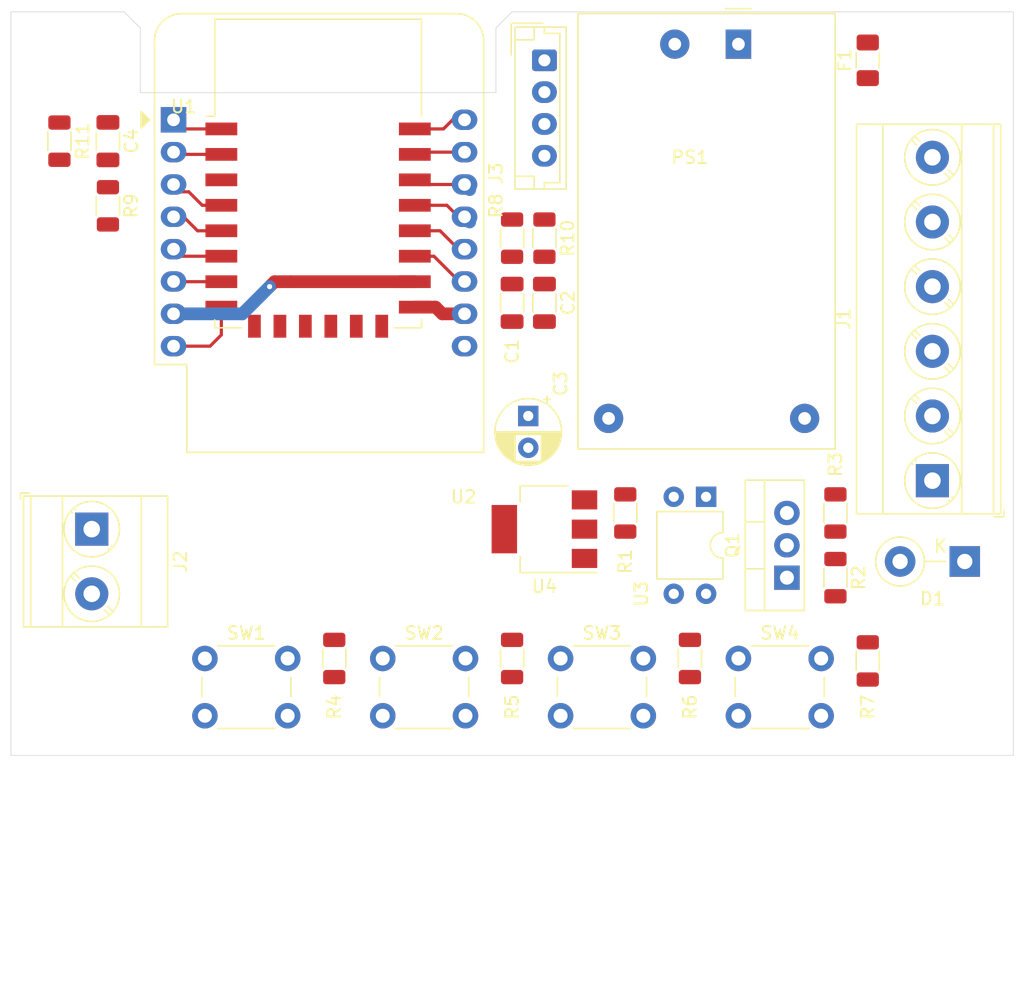
<source format=kicad_pcb>
(kicad_pcb (version 20171130) (host pcbnew 5.1.10)

  (general
    (thickness 1.6)
    (drawings 13)
    (tracks 45)
    (zones 0)
    (modules 30)
    (nets 33)
  )

  (page A4)
  (layers
    (0 F.Cu signal)
    (31 B.Cu signal)
    (32 B.Adhes user)
    (33 F.Adhes user)
    (34 B.Paste user)
    (35 F.Paste user)
    (36 B.SilkS user)
    (37 F.SilkS user)
    (38 B.Mask user)
    (39 F.Mask user)
    (40 Dwgs.User user)
    (41 Cmts.User user)
    (42 Eco1.User user)
    (43 Eco2.User user)
    (44 Edge.Cuts user)
    (45 Margin user)
    (46 B.CrtYd user)
    (47 F.CrtYd user)
    (48 B.Fab user)
    (49 F.Fab user)
  )

  (setup
    (last_trace_width 0.25)
    (user_trace_width 1)
    (user_trace_width 2)
    (trace_clearance 0.2)
    (zone_clearance 0.508)
    (zone_45_only no)
    (trace_min 0.2)
    (via_size 0.8)
    (via_drill 0.4)
    (via_min_size 0.4)
    (via_min_drill 0.3)
    (user_via 2 1)
    (user_via 3 1)
    (uvia_size 0.3)
    (uvia_drill 0.1)
    (uvias_allowed no)
    (uvia_min_size 0.2)
    (uvia_min_drill 0.1)
    (edge_width 0.05)
    (segment_width 0.2)
    (pcb_text_width 0.3)
    (pcb_text_size 1.5 1.5)
    (mod_edge_width 0.12)
    (mod_text_size 1 1)
    (mod_text_width 0.15)
    (pad_size 1.524 1.524)
    (pad_drill 0.762)
    (pad_to_mask_clearance 0)
    (aux_axis_origin 0 0)
    (visible_elements 7FFFFFFF)
    (pcbplotparams
      (layerselection 0x010fc_ffffffff)
      (usegerberextensions false)
      (usegerberattributes true)
      (usegerberadvancedattributes true)
      (creategerberjobfile true)
      (excludeedgelayer true)
      (linewidth 0.100000)
      (plotframeref false)
      (viasonmask false)
      (mode 1)
      (useauxorigin false)
      (hpglpennumber 1)
      (hpglpenspeed 20)
      (hpglpendiameter 15.000000)
      (psnegative false)
      (psa4output false)
      (plotreference true)
      (plotvalue true)
      (plotinvisibletext false)
      (padsonsilk false)
      (subtractmaskfromsilk false)
      (outputformat 1)
      (mirror false)
      (drillshape 1)
      (scaleselection 1)
      (outputdirectory ""))
  )

  (net 0 "")
  (net 1 "Net-(U1-Pad9)")
  (net 2 "Net-(U1-Pad10)")
  (net 3 "Net-(U1-Pad11)")
  (net 4 "Net-(U1-Pad12)")
  (net 5 "Net-(U1-Pad13)")
  (net 6 "Net-(U1-Pad14)")
  (net 7 GND)
  (net 8 /RST)
  (net 9 /ADC)
  (net 10 /RXD)
  (net 11 /TXD)
  (net 12 /IO16)
  (net 13 /IO14)
  (net 14 /IO12)
  (net 15 /IO13)
  (net 16 /IO15)
  (net 17 /IO2)
  (net 18 /IO0)
  (net 19 /-OUT)
  (net 20 /+IN)
  (net 21 /-IN)
  (net 22 "Net-(Q1-Pad1)")
  (net 23 "Net-(R1-Pad1)")
  (net 24 "Net-(R2-Pad2)")
  (net 25 /SDA)
  (net 26 /SCL)
  (net 27 +5V)
  (net 28 +3V3)
  (net 29 /EN)
  (net 30 /ACIN2)
  (net 31 /ACIN1)
  (net 32 "Net-(F1-Pad2)")

  (net_class Default "This is the default net class."
    (clearance 0.2)
    (trace_width 0.25)
    (via_dia 0.8)
    (via_drill 0.4)
    (uvia_dia 0.3)
    (uvia_drill 0.1)
    (add_net +3V3)
    (add_net +5V)
    (add_net /+IN)
    (add_net /-IN)
    (add_net /-OUT)
    (add_net /ACIN1)
    (add_net /ACIN2)
    (add_net /ADC)
    (add_net /EN)
    (add_net /IO0)
    (add_net /IO12)
    (add_net /IO13)
    (add_net /IO14)
    (add_net /IO15)
    (add_net /IO16)
    (add_net /IO2)
    (add_net /RST)
    (add_net /RXD)
    (add_net /SCL)
    (add_net /SDA)
    (add_net /TXD)
    (add_net GND)
    (add_net "Net-(F1-Pad2)")
    (add_net "Net-(Q1-Pad1)")
    (add_net "Net-(R1-Pad1)")
    (add_net "Net-(R2-Pad2)")
    (add_net "Net-(U1-Pad10)")
    (add_net "Net-(U1-Pad11)")
    (add_net "Net-(U1-Pad12)")
    (add_net "Net-(U1-Pad13)")
    (add_net "Net-(U1-Pad14)")
    (add_net "Net-(U1-Pad9)")
  )

  (module Capacitor_SMD:C_1206_3216Metric (layer F.Cu) (tedit 5F68FEEE) (tstamp 61F4F252)
    (at 200.66 80.01 270)
    (descr "Capacitor SMD 1206 (3216 Metric), square (rectangular) end terminal, IPC_7351 nominal, (Body size source: IPC-SM-782 page 76, https://www.pcb-3d.com/wordpress/wp-content/uploads/ipc-sm-782a_amendment_1_and_2.pdf), generated with kicad-footprint-generator")
    (tags capacitor)
    (path /620A58F0)
    (attr smd)
    (fp_text reference C4 (at 0 -1.85 90) (layer F.SilkS)
      (effects (font (size 1 1) (thickness 0.15)))
    )
    (fp_text value C (at 0 1.85 90) (layer F.Fab)
      (effects (font (size 1 1) (thickness 0.15)))
    )
    (fp_text user %R (at 0 0 90) (layer F.Fab)
      (effects (font (size 0.8 0.8) (thickness 0.12)))
    )
    (fp_line (start -1.6 0.8) (end -1.6 -0.8) (layer F.Fab) (width 0.1))
    (fp_line (start -1.6 -0.8) (end 1.6 -0.8) (layer F.Fab) (width 0.1))
    (fp_line (start 1.6 -0.8) (end 1.6 0.8) (layer F.Fab) (width 0.1))
    (fp_line (start 1.6 0.8) (end -1.6 0.8) (layer F.Fab) (width 0.1))
    (fp_line (start -0.711252 -0.91) (end 0.711252 -0.91) (layer F.SilkS) (width 0.12))
    (fp_line (start -0.711252 0.91) (end 0.711252 0.91) (layer F.SilkS) (width 0.12))
    (fp_line (start -2.3 1.15) (end -2.3 -1.15) (layer F.CrtYd) (width 0.05))
    (fp_line (start -2.3 -1.15) (end 2.3 -1.15) (layer F.CrtYd) (width 0.05))
    (fp_line (start 2.3 -1.15) (end 2.3 1.15) (layer F.CrtYd) (width 0.05))
    (fp_line (start 2.3 1.15) (end -2.3 1.15) (layer F.CrtYd) (width 0.05))
    (pad 2 smd roundrect (at 1.475 0 270) (size 1.15 1.8) (layers F.Cu F.Paste F.Mask) (roundrect_rratio 0.217391)
      (net 7 GND))
    (pad 1 smd roundrect (at -1.475 0 270) (size 1.15 1.8) (layers F.Cu F.Paste F.Mask) (roundrect_rratio 0.217391)
      (net 8 /RST))
    (model ${KISYS3DMOD}/Capacitor_SMD.3dshapes/C_1206_3216Metric.wrl
      (at (xyz 0 0 0))
      (scale (xyz 1 1 1))
      (rotate (xyz 0 0 0))
    )
  )

  (module Capacitor_SMD:C_1206_3216Metric (layer F.Cu) (tedit 5F68FEEE) (tstamp 61F4F1B9)
    (at 234.95 92.71 270)
    (descr "Capacitor SMD 1206 (3216 Metric), square (rectangular) end terminal, IPC_7351 nominal, (Body size source: IPC-SM-782 page 76, https://www.pcb-3d.com/wordpress/wp-content/uploads/ipc-sm-782a_amendment_1_and_2.pdf), generated with kicad-footprint-generator")
    (tags capacitor)
    (path /62067DD3)
    (attr smd)
    (fp_text reference C2 (at 0 -1.85 90) (layer F.SilkS)
      (effects (font (size 1 1) (thickness 0.15)))
    )
    (fp_text value C (at 0 1.85 90) (layer F.Fab)
      (effects (font (size 1 1) (thickness 0.15)))
    )
    (fp_text user %R (at 0 0 90) (layer F.Fab)
      (effects (font (size 0.8 0.8) (thickness 0.12)))
    )
    (fp_line (start -1.6 0.8) (end -1.6 -0.8) (layer F.Fab) (width 0.1))
    (fp_line (start -1.6 -0.8) (end 1.6 -0.8) (layer F.Fab) (width 0.1))
    (fp_line (start 1.6 -0.8) (end 1.6 0.8) (layer F.Fab) (width 0.1))
    (fp_line (start 1.6 0.8) (end -1.6 0.8) (layer F.Fab) (width 0.1))
    (fp_line (start -0.711252 -0.91) (end 0.711252 -0.91) (layer F.SilkS) (width 0.12))
    (fp_line (start -0.711252 0.91) (end 0.711252 0.91) (layer F.SilkS) (width 0.12))
    (fp_line (start -2.3 1.15) (end -2.3 -1.15) (layer F.CrtYd) (width 0.05))
    (fp_line (start -2.3 -1.15) (end 2.3 -1.15) (layer F.CrtYd) (width 0.05))
    (fp_line (start 2.3 -1.15) (end 2.3 1.15) (layer F.CrtYd) (width 0.05))
    (fp_line (start 2.3 1.15) (end -2.3 1.15) (layer F.CrtYd) (width 0.05))
    (pad 2 smd roundrect (at 1.475 0 270) (size 1.15 1.8) (layers F.Cu F.Paste F.Mask) (roundrect_rratio 0.217391)
      (net 7 GND))
    (pad 1 smd roundrect (at -1.475 0 270) (size 1.15 1.8) (layers F.Cu F.Paste F.Mask) (roundrect_rratio 0.217391)
      (net 28 +3V3))
    (model ${KISYS3DMOD}/Capacitor_SMD.3dshapes/C_1206_3216Metric.wrl
      (at (xyz 0 0 0))
      (scale (xyz 1 1 1))
      (rotate (xyz 0 0 0))
    )
  )

  (module Capacitor_SMD:C_1206_3216Metric (layer F.Cu) (tedit 5F68FEEE) (tstamp 61F4F1A4)
    (at 232.41 92.71 270)
    (descr "Capacitor SMD 1206 (3216 Metric), square (rectangular) end terminal, IPC_7351 nominal, (Body size source: IPC-SM-782 page 76, https://www.pcb-3d.com/wordpress/wp-content/uploads/ipc-sm-782a_amendment_1_and_2.pdf), generated with kicad-footprint-generator")
    (tags capacitor)
    (path /620B6712)
    (attr smd)
    (fp_text reference C1 (at 3.81 0 90) (layer F.SilkS)
      (effects (font (size 1 1) (thickness 0.15)))
    )
    (fp_text value C (at 0 1.85 90) (layer F.Fab)
      (effects (font (size 1 1) (thickness 0.15)))
    )
    (fp_text user %R (at 0 0 90) (layer F.Fab)
      (effects (font (size 0.8 0.8) (thickness 0.12)))
    )
    (fp_line (start -1.6 0.8) (end -1.6 -0.8) (layer F.Fab) (width 0.1))
    (fp_line (start -1.6 -0.8) (end 1.6 -0.8) (layer F.Fab) (width 0.1))
    (fp_line (start 1.6 -0.8) (end 1.6 0.8) (layer F.Fab) (width 0.1))
    (fp_line (start 1.6 0.8) (end -1.6 0.8) (layer F.Fab) (width 0.1))
    (fp_line (start -0.711252 -0.91) (end 0.711252 -0.91) (layer F.SilkS) (width 0.12))
    (fp_line (start -0.711252 0.91) (end 0.711252 0.91) (layer F.SilkS) (width 0.12))
    (fp_line (start -2.3 1.15) (end -2.3 -1.15) (layer F.CrtYd) (width 0.05))
    (fp_line (start -2.3 -1.15) (end 2.3 -1.15) (layer F.CrtYd) (width 0.05))
    (fp_line (start 2.3 -1.15) (end 2.3 1.15) (layer F.CrtYd) (width 0.05))
    (fp_line (start 2.3 1.15) (end -2.3 1.15) (layer F.CrtYd) (width 0.05))
    (pad 2 smd roundrect (at 1.475 0 270) (size 1.15 1.8) (layers F.Cu F.Paste F.Mask) (roundrect_rratio 0.217391)
      (net 7 GND))
    (pad 1 smd roundrect (at -1.475 0 270) (size 1.15 1.8) (layers F.Cu F.Paste F.Mask) (roundrect_rratio 0.217391)
      (net 27 +5V))
    (model ${KISYS3DMOD}/Capacitor_SMD.3dshapes/C_1206_3216Metric.wrl
      (at (xyz 0 0 0))
      (scale (xyz 1 1 1))
      (rotate (xyz 0 0 0))
    )
  )

  (module Resistor_SMD:R_1206_3216Metric (layer F.Cu) (tedit 5F68FEEE) (tstamp 61F4853F)
    (at 260.35 120.8425 270)
    (descr "Resistor SMD 1206 (3216 Metric), square (rectangular) end terminal, IPC_7351 nominal, (Body size source: IPC-SM-782 page 72, https://www.pcb-3d.com/wordpress/wp-content/uploads/ipc-sm-782a_amendment_1_and_2.pdf), generated with kicad-footprint-generator")
    (tags resistor)
    (path /62044C7D)
    (attr smd)
    (fp_text reference R7 (at 3.6175 0 90) (layer F.SilkS)
      (effects (font (size 1 1) (thickness 0.15)))
    )
    (fp_text value R (at 0 1.82 90) (layer F.Fab)
      (effects (font (size 1 1) (thickness 0.15)))
    )
    (fp_text user %R (at 0 0 90) (layer F.Fab)
      (effects (font (size 0.8 0.8) (thickness 0.12)))
    )
    (fp_line (start -1.6 0.8) (end -1.6 -0.8) (layer F.Fab) (width 0.1))
    (fp_line (start -1.6 -0.8) (end 1.6 -0.8) (layer F.Fab) (width 0.1))
    (fp_line (start 1.6 -0.8) (end 1.6 0.8) (layer F.Fab) (width 0.1))
    (fp_line (start 1.6 0.8) (end -1.6 0.8) (layer F.Fab) (width 0.1))
    (fp_line (start -0.727064 -0.91) (end 0.727064 -0.91) (layer F.SilkS) (width 0.12))
    (fp_line (start -0.727064 0.91) (end 0.727064 0.91) (layer F.SilkS) (width 0.12))
    (fp_line (start -2.28 1.12) (end -2.28 -1.12) (layer F.CrtYd) (width 0.05))
    (fp_line (start -2.28 -1.12) (end 2.28 -1.12) (layer F.CrtYd) (width 0.05))
    (fp_line (start 2.28 -1.12) (end 2.28 1.12) (layer F.CrtYd) (width 0.05))
    (fp_line (start 2.28 1.12) (end -2.28 1.12) (layer F.CrtYd) (width 0.05))
    (pad 2 smd roundrect (at 1.4625 0 270) (size 1.125 1.75) (layers F.Cu F.Paste F.Mask) (roundrect_rratio 0.222222)
      (net 7 GND))
    (pad 1 smd roundrect (at -1.4625 0 270) (size 1.125 1.75) (layers F.Cu F.Paste F.Mask) (roundrect_rratio 0.222222)
      (net 15 /IO13))
    (model ${KISYS3DMOD}/Resistor_SMD.3dshapes/R_1206_3216Metric.wrl
      (at (xyz 0 0 0))
      (scale (xyz 1 1 1))
      (rotate (xyz 0 0 0))
    )
  )

  (module Resistor_SMD:R_1206_3216Metric (layer F.Cu) (tedit 5F68FEEE) (tstamp 61F48528)
    (at 246.38 120.65 270)
    (descr "Resistor SMD 1206 (3216 Metric), square (rectangular) end terminal, IPC_7351 nominal, (Body size source: IPC-SM-782 page 72, https://www.pcb-3d.com/wordpress/wp-content/uploads/ipc-sm-782a_amendment_1_and_2.pdf), generated with kicad-footprint-generator")
    (tags resistor)
    (path /62041FA2)
    (attr smd)
    (fp_text reference R6 (at 3.81 0 90) (layer F.SilkS)
      (effects (font (size 1 1) (thickness 0.15)))
    )
    (fp_text value R (at 0 1.82 90) (layer F.Fab)
      (effects (font (size 1 1) (thickness 0.15)))
    )
    (fp_text user %R (at 0 0 90) (layer F.Fab)
      (effects (font (size 0.8 0.8) (thickness 0.12)))
    )
    (fp_line (start -1.6 0.8) (end -1.6 -0.8) (layer F.Fab) (width 0.1))
    (fp_line (start -1.6 -0.8) (end 1.6 -0.8) (layer F.Fab) (width 0.1))
    (fp_line (start 1.6 -0.8) (end 1.6 0.8) (layer F.Fab) (width 0.1))
    (fp_line (start 1.6 0.8) (end -1.6 0.8) (layer F.Fab) (width 0.1))
    (fp_line (start -0.727064 -0.91) (end 0.727064 -0.91) (layer F.SilkS) (width 0.12))
    (fp_line (start -0.727064 0.91) (end 0.727064 0.91) (layer F.SilkS) (width 0.12))
    (fp_line (start -2.28 1.12) (end -2.28 -1.12) (layer F.CrtYd) (width 0.05))
    (fp_line (start -2.28 -1.12) (end 2.28 -1.12) (layer F.CrtYd) (width 0.05))
    (fp_line (start 2.28 -1.12) (end 2.28 1.12) (layer F.CrtYd) (width 0.05))
    (fp_line (start 2.28 1.12) (end -2.28 1.12) (layer F.CrtYd) (width 0.05))
    (pad 2 smd roundrect (at 1.4625 0 270) (size 1.125 1.75) (layers F.Cu F.Paste F.Mask) (roundrect_rratio 0.222222)
      (net 7 GND))
    (pad 1 smd roundrect (at -1.4625 0 270) (size 1.125 1.75) (layers F.Cu F.Paste F.Mask) (roundrect_rratio 0.222222)
      (net 14 /IO12))
    (model ${KISYS3DMOD}/Resistor_SMD.3dshapes/R_1206_3216Metric.wrl
      (at (xyz 0 0 0))
      (scale (xyz 1 1 1))
      (rotate (xyz 0 0 0))
    )
  )

  (module Resistor_SMD:R_1206_3216Metric (layer F.Cu) (tedit 5F68FEEE) (tstamp 61F48511)
    (at 232.41 120.65 270)
    (descr "Resistor SMD 1206 (3216 Metric), square (rectangular) end terminal, IPC_7351 nominal, (Body size source: IPC-SM-782 page 72, https://www.pcb-3d.com/wordpress/wp-content/uploads/ipc-sm-782a_amendment_1_and_2.pdf), generated with kicad-footprint-generator")
    (tags resistor)
    (path /6203F468)
    (attr smd)
    (fp_text reference R5 (at 3.81 0 90) (layer F.SilkS)
      (effects (font (size 1 1) (thickness 0.15)))
    )
    (fp_text value R (at 0 1.82 90) (layer F.Fab)
      (effects (font (size 1 1) (thickness 0.15)))
    )
    (fp_text user %R (at 0 0 90) (layer F.Fab)
      (effects (font (size 0.8 0.8) (thickness 0.12)))
    )
    (fp_line (start -1.6 0.8) (end -1.6 -0.8) (layer F.Fab) (width 0.1))
    (fp_line (start -1.6 -0.8) (end 1.6 -0.8) (layer F.Fab) (width 0.1))
    (fp_line (start 1.6 -0.8) (end 1.6 0.8) (layer F.Fab) (width 0.1))
    (fp_line (start 1.6 0.8) (end -1.6 0.8) (layer F.Fab) (width 0.1))
    (fp_line (start -0.727064 -0.91) (end 0.727064 -0.91) (layer F.SilkS) (width 0.12))
    (fp_line (start -0.727064 0.91) (end 0.727064 0.91) (layer F.SilkS) (width 0.12))
    (fp_line (start -2.28 1.12) (end -2.28 -1.12) (layer F.CrtYd) (width 0.05))
    (fp_line (start -2.28 -1.12) (end 2.28 -1.12) (layer F.CrtYd) (width 0.05))
    (fp_line (start 2.28 -1.12) (end 2.28 1.12) (layer F.CrtYd) (width 0.05))
    (fp_line (start 2.28 1.12) (end -2.28 1.12) (layer F.CrtYd) (width 0.05))
    (pad 2 smd roundrect (at 1.4625 0 270) (size 1.125 1.75) (layers F.Cu F.Paste F.Mask) (roundrect_rratio 0.222222)
      (net 7 GND))
    (pad 1 smd roundrect (at -1.4625 0 270) (size 1.125 1.75) (layers F.Cu F.Paste F.Mask) (roundrect_rratio 0.222222)
      (net 13 /IO14))
    (model ${KISYS3DMOD}/Resistor_SMD.3dshapes/R_1206_3216Metric.wrl
      (at (xyz 0 0 0))
      (scale (xyz 1 1 1))
      (rotate (xyz 0 0 0))
    )
  )

  (module Resistor_SMD:R_1206_3216Metric (layer F.Cu) (tedit 5F68FEEE) (tstamp 61F484FA)
    (at 218.44 120.65 270)
    (descr "Resistor SMD 1206 (3216 Metric), square (rectangular) end terminal, IPC_7351 nominal, (Body size source: IPC-SM-782 page 72, https://www.pcb-3d.com/wordpress/wp-content/uploads/ipc-sm-782a_amendment_1_and_2.pdf), generated with kicad-footprint-generator")
    (tags resistor)
    (path /6203662C)
    (attr smd)
    (fp_text reference R4 (at 3.81 0 90) (layer F.SilkS)
      (effects (font (size 1 1) (thickness 0.15)))
    )
    (fp_text value R (at 0 1.82 90) (layer F.Fab)
      (effects (font (size 1 1) (thickness 0.15)))
    )
    (fp_text user %R (at 0 0 90) (layer F.Fab)
      (effects (font (size 0.8 0.8) (thickness 0.12)))
    )
    (fp_line (start -1.6 0.8) (end -1.6 -0.8) (layer F.Fab) (width 0.1))
    (fp_line (start -1.6 -0.8) (end 1.6 -0.8) (layer F.Fab) (width 0.1))
    (fp_line (start 1.6 -0.8) (end 1.6 0.8) (layer F.Fab) (width 0.1))
    (fp_line (start 1.6 0.8) (end -1.6 0.8) (layer F.Fab) (width 0.1))
    (fp_line (start -0.727064 -0.91) (end 0.727064 -0.91) (layer F.SilkS) (width 0.12))
    (fp_line (start -0.727064 0.91) (end 0.727064 0.91) (layer F.SilkS) (width 0.12))
    (fp_line (start -2.28 1.12) (end -2.28 -1.12) (layer F.CrtYd) (width 0.05))
    (fp_line (start -2.28 -1.12) (end 2.28 -1.12) (layer F.CrtYd) (width 0.05))
    (fp_line (start 2.28 -1.12) (end 2.28 1.12) (layer F.CrtYd) (width 0.05))
    (fp_line (start 2.28 1.12) (end -2.28 1.12) (layer F.CrtYd) (width 0.05))
    (pad 2 smd roundrect (at 1.4625 0 270) (size 1.125 1.75) (layers F.Cu F.Paste F.Mask) (roundrect_rratio 0.222222)
      (net 7 GND))
    (pad 1 smd roundrect (at -1.4625 0 270) (size 1.125 1.75) (layers F.Cu F.Paste F.Mask) (roundrect_rratio 0.222222)
      (net 12 /IO16))
    (model ${KISYS3DMOD}/Resistor_SMD.3dshapes/R_1206_3216Metric.wrl
      (at (xyz 0 0 0))
      (scale (xyz 1 1 1))
      (rotate (xyz 0 0 0))
    )
  )

  (module Resistor_SMD:R_1206_3216Metric (layer F.Cu) (tedit 5F68FEEE) (tstamp 61F4F555)
    (at 196.85 80.01 270)
    (descr "Resistor SMD 1206 (3216 Metric), square (rectangular) end terminal, IPC_7351 nominal, (Body size source: IPC-SM-782 page 72, https://www.pcb-3d.com/wordpress/wp-content/uploads/ipc-sm-782a_amendment_1_and_2.pdf), generated with kicad-footprint-generator")
    (tags resistor)
    (path /62075437)
    (attr smd)
    (fp_text reference R11 (at 0 -1.82 90) (layer F.SilkS)
      (effects (font (size 1 1) (thickness 0.15)))
    )
    (fp_text value R (at 0 1.82 90) (layer F.Fab)
      (effects (font (size 1 1) (thickness 0.15)))
    )
    (fp_text user %R (at 0 0 90) (layer F.Fab)
      (effects (font (size 0.8 0.8) (thickness 0.12)))
    )
    (fp_line (start -1.6 0.8) (end -1.6 -0.8) (layer F.Fab) (width 0.1))
    (fp_line (start -1.6 -0.8) (end 1.6 -0.8) (layer F.Fab) (width 0.1))
    (fp_line (start 1.6 -0.8) (end 1.6 0.8) (layer F.Fab) (width 0.1))
    (fp_line (start 1.6 0.8) (end -1.6 0.8) (layer F.Fab) (width 0.1))
    (fp_line (start -0.727064 -0.91) (end 0.727064 -0.91) (layer F.SilkS) (width 0.12))
    (fp_line (start -0.727064 0.91) (end 0.727064 0.91) (layer F.SilkS) (width 0.12))
    (fp_line (start -2.28 1.12) (end -2.28 -1.12) (layer F.CrtYd) (width 0.05))
    (fp_line (start -2.28 -1.12) (end 2.28 -1.12) (layer F.CrtYd) (width 0.05))
    (fp_line (start 2.28 -1.12) (end 2.28 1.12) (layer F.CrtYd) (width 0.05))
    (fp_line (start 2.28 1.12) (end -2.28 1.12) (layer F.CrtYd) (width 0.05))
    (pad 2 smd roundrect (at 1.4625 0 270) (size 1.125 1.75) (layers F.Cu F.Paste F.Mask) (roundrect_rratio 0.222222)
      (net 28 +3V3))
    (pad 1 smd roundrect (at -1.4625 0 270) (size 1.125 1.75) (layers F.Cu F.Paste F.Mask) (roundrect_rratio 0.222222)
      (net 8 /RST))
    (model ${KISYS3DMOD}/Resistor_SMD.3dshapes/R_1206_3216Metric.wrl
      (at (xyz 0 0 0))
      (scale (xyz 1 1 1))
      (rotate (xyz 0 0 0))
    )
  )

  (module Resistor_SMD:R_1206_3216Metric (layer F.Cu) (tedit 5F68FEEE) (tstamp 61F4F53E)
    (at 234.95 87.63 270)
    (descr "Resistor SMD 1206 (3216 Metric), square (rectangular) end terminal, IPC_7351 nominal, (Body size source: IPC-SM-782 page 72, https://www.pcb-3d.com/wordpress/wp-content/uploads/ipc-sm-782a_amendment_1_and_2.pdf), generated with kicad-footprint-generator")
    (tags resistor)
    (path /6207165C)
    (attr smd)
    (fp_text reference R10 (at 0 -1.82 90) (layer F.SilkS)
      (effects (font (size 1 1) (thickness 0.15)))
    )
    (fp_text value R (at 0 1.82 90) (layer F.Fab)
      (effects (font (size 1 1) (thickness 0.15)))
    )
    (fp_text user %R (at 0 0 90) (layer F.Fab)
      (effects (font (size 0.8 0.8) (thickness 0.12)))
    )
    (fp_line (start -1.6 0.8) (end -1.6 -0.8) (layer F.Fab) (width 0.1))
    (fp_line (start -1.6 -0.8) (end 1.6 -0.8) (layer F.Fab) (width 0.1))
    (fp_line (start 1.6 -0.8) (end 1.6 0.8) (layer F.Fab) (width 0.1))
    (fp_line (start 1.6 0.8) (end -1.6 0.8) (layer F.Fab) (width 0.1))
    (fp_line (start -0.727064 -0.91) (end 0.727064 -0.91) (layer F.SilkS) (width 0.12))
    (fp_line (start -0.727064 0.91) (end 0.727064 0.91) (layer F.SilkS) (width 0.12))
    (fp_line (start -2.28 1.12) (end -2.28 -1.12) (layer F.CrtYd) (width 0.05))
    (fp_line (start -2.28 -1.12) (end 2.28 -1.12) (layer F.CrtYd) (width 0.05))
    (fp_line (start 2.28 -1.12) (end 2.28 1.12) (layer F.CrtYd) (width 0.05))
    (fp_line (start 2.28 1.12) (end -2.28 1.12) (layer F.CrtYd) (width 0.05))
    (pad 2 smd roundrect (at 1.4625 0 270) (size 1.125 1.75) (layers F.Cu F.Paste F.Mask) (roundrect_rratio 0.222222)
      (net 28 +3V3))
    (pad 1 smd roundrect (at -1.4625 0 270) (size 1.125 1.75) (layers F.Cu F.Paste F.Mask) (roundrect_rratio 0.222222)
      (net 18 /IO0))
    (model ${KISYS3DMOD}/Resistor_SMD.3dshapes/R_1206_3216Metric.wrl
      (at (xyz 0 0 0))
      (scale (xyz 1 1 1))
      (rotate (xyz 0 0 0))
    )
  )

  (module Resistor_SMD:R_1206_3216Metric (layer F.Cu) (tedit 5F68FEEE) (tstamp 61F4F527)
    (at 200.66 85.09 270)
    (descr "Resistor SMD 1206 (3216 Metric), square (rectangular) end terminal, IPC_7351 nominal, (Body size source: IPC-SM-782 page 72, https://www.pcb-3d.com/wordpress/wp-content/uploads/ipc-sm-782a_amendment_1_and_2.pdf), generated with kicad-footprint-generator")
    (tags resistor)
    (path /6206D8BA)
    (attr smd)
    (fp_text reference R9 (at 0 -1.82 90) (layer F.SilkS)
      (effects (font (size 1 1) (thickness 0.15)))
    )
    (fp_text value R (at 0 1.82 90) (layer F.Fab)
      (effects (font (size 1 1) (thickness 0.15)))
    )
    (fp_text user %R (at 0 0 90) (layer F.Fab)
      (effects (font (size 0.8 0.8) (thickness 0.12)))
    )
    (fp_line (start -1.6 0.8) (end -1.6 -0.8) (layer F.Fab) (width 0.1))
    (fp_line (start -1.6 -0.8) (end 1.6 -0.8) (layer F.Fab) (width 0.1))
    (fp_line (start 1.6 -0.8) (end 1.6 0.8) (layer F.Fab) (width 0.1))
    (fp_line (start 1.6 0.8) (end -1.6 0.8) (layer F.Fab) (width 0.1))
    (fp_line (start -0.727064 -0.91) (end 0.727064 -0.91) (layer F.SilkS) (width 0.12))
    (fp_line (start -0.727064 0.91) (end 0.727064 0.91) (layer F.SilkS) (width 0.12))
    (fp_line (start -2.28 1.12) (end -2.28 -1.12) (layer F.CrtYd) (width 0.05))
    (fp_line (start -2.28 -1.12) (end 2.28 -1.12) (layer F.CrtYd) (width 0.05))
    (fp_line (start 2.28 -1.12) (end 2.28 1.12) (layer F.CrtYd) (width 0.05))
    (fp_line (start 2.28 1.12) (end -2.28 1.12) (layer F.CrtYd) (width 0.05))
    (pad 2 smd roundrect (at 1.4625 0 270) (size 1.125 1.75) (layers F.Cu F.Paste F.Mask) (roundrect_rratio 0.222222)
      (net 28 +3V3))
    (pad 1 smd roundrect (at -1.4625 0 270) (size 1.125 1.75) (layers F.Cu F.Paste F.Mask) (roundrect_rratio 0.222222)
      (net 29 /EN))
    (model ${KISYS3DMOD}/Resistor_SMD.3dshapes/R_1206_3216Metric.wrl
      (at (xyz 0 0 0))
      (scale (xyz 1 1 1))
      (rotate (xyz 0 0 0))
    )
  )

  (module Resistor_SMD:R_1206_3216Metric (layer F.Cu) (tedit 5F68FEEE) (tstamp 61F4F510)
    (at 232.41 87.63 270)
    (descr "Resistor SMD 1206 (3216 Metric), square (rectangular) end terminal, IPC_7351 nominal, (Body size source: IPC-SM-782 page 72, https://www.pcb-3d.com/wordpress/wp-content/uploads/ipc-sm-782a_amendment_1_and_2.pdf), generated with kicad-footprint-generator")
    (tags resistor)
    (path /620698FC)
    (attr smd)
    (fp_text reference R8 (at -2.54 1.27 90) (layer F.SilkS)
      (effects (font (size 1 1) (thickness 0.15)))
    )
    (fp_text value R (at 0 1.82 90) (layer F.Fab)
      (effects (font (size 1 1) (thickness 0.15)))
    )
    (fp_text user %R (at 0 0 90) (layer F.Fab)
      (effects (font (size 0.8 0.8) (thickness 0.12)))
    )
    (fp_line (start -1.6 0.8) (end -1.6 -0.8) (layer F.Fab) (width 0.1))
    (fp_line (start -1.6 -0.8) (end 1.6 -0.8) (layer F.Fab) (width 0.1))
    (fp_line (start 1.6 -0.8) (end 1.6 0.8) (layer F.Fab) (width 0.1))
    (fp_line (start 1.6 0.8) (end -1.6 0.8) (layer F.Fab) (width 0.1))
    (fp_line (start -0.727064 -0.91) (end 0.727064 -0.91) (layer F.SilkS) (width 0.12))
    (fp_line (start -0.727064 0.91) (end 0.727064 0.91) (layer F.SilkS) (width 0.12))
    (fp_line (start -2.28 1.12) (end -2.28 -1.12) (layer F.CrtYd) (width 0.05))
    (fp_line (start -2.28 -1.12) (end 2.28 -1.12) (layer F.CrtYd) (width 0.05))
    (fp_line (start 2.28 -1.12) (end 2.28 1.12) (layer F.CrtYd) (width 0.05))
    (fp_line (start 2.28 1.12) (end -2.28 1.12) (layer F.CrtYd) (width 0.05))
    (pad 2 smd roundrect (at 1.4625 0 270) (size 1.125 1.75) (layers F.Cu F.Paste F.Mask) (roundrect_rratio 0.222222)
      (net 28 +3V3))
    (pad 1 smd roundrect (at -1.4625 0 270) (size 1.125 1.75) (layers F.Cu F.Paste F.Mask) (roundrect_rratio 0.222222)
      (net 17 /IO2))
    (model ${KISYS3DMOD}/Resistor_SMD.3dshapes/R_1206_3216Metric.wrl
      (at (xyz 0 0 0))
      (scale (xyz 1 1 1))
      (rotate (xyz 0 0 0))
    )
  )

  (module Resistor_SMD:R_1206_3216Metric (layer F.Cu) (tedit 5F68FEEE) (tstamp 61F13446)
    (at 257.81 109.22 90)
    (descr "Resistor SMD 1206 (3216 Metric), square (rectangular) end terminal, IPC_7351 nominal, (Body size source: IPC-SM-782 page 72, https://www.pcb-3d.com/wordpress/wp-content/uploads/ipc-sm-782a_amendment_1_and_2.pdf), generated with kicad-footprint-generator")
    (tags resistor)
    (path /61F16928)
    (attr smd)
    (fp_text reference R3 (at 3.81 0 90) (layer F.SilkS)
      (effects (font (size 1 1) (thickness 0.15)))
    )
    (fp_text value R (at 0 1.82 90) (layer F.Fab)
      (effects (font (size 1 1) (thickness 0.15)))
    )
    (fp_text user %R (at 0 0 90) (layer F.Fab)
      (effects (font (size 0.8 0.8) (thickness 0.12)))
    )
    (fp_line (start -1.6 0.8) (end -1.6 -0.8) (layer F.Fab) (width 0.1))
    (fp_line (start -1.6 -0.8) (end 1.6 -0.8) (layer F.Fab) (width 0.1))
    (fp_line (start 1.6 -0.8) (end 1.6 0.8) (layer F.Fab) (width 0.1))
    (fp_line (start 1.6 0.8) (end -1.6 0.8) (layer F.Fab) (width 0.1))
    (fp_line (start -0.727064 -0.91) (end 0.727064 -0.91) (layer F.SilkS) (width 0.12))
    (fp_line (start -0.727064 0.91) (end 0.727064 0.91) (layer F.SilkS) (width 0.12))
    (fp_line (start -2.28 1.12) (end -2.28 -1.12) (layer F.CrtYd) (width 0.05))
    (fp_line (start -2.28 -1.12) (end 2.28 -1.12) (layer F.CrtYd) (width 0.05))
    (fp_line (start 2.28 -1.12) (end 2.28 1.12) (layer F.CrtYd) (width 0.05))
    (fp_line (start 2.28 1.12) (end -2.28 1.12) (layer F.CrtYd) (width 0.05))
    (pad 2 smd roundrect (at 1.4625 0 90) (size 1.125 1.75) (layers F.Cu F.Paste F.Mask) (roundrect_rratio 0.222222)
      (net 21 /-IN))
    (pad 1 smd roundrect (at -1.4625 0 90) (size 1.125 1.75) (layers F.Cu F.Paste F.Mask) (roundrect_rratio 0.222222)
      (net 22 "Net-(Q1-Pad1)"))
    (model ${KISYS3DMOD}/Resistor_SMD.3dshapes/R_1206_3216Metric.wrl
      (at (xyz 0 0 0))
      (scale (xyz 1 1 1))
      (rotate (xyz 0 0 0))
    )
  )

  (module Resistor_SMD:R_1206_3216Metric (layer F.Cu) (tedit 5F68FEEE) (tstamp 61F1342F)
    (at 257.81 114.3 270)
    (descr "Resistor SMD 1206 (3216 Metric), square (rectangular) end terminal, IPC_7351 nominal, (Body size source: IPC-SM-782 page 72, https://www.pcb-3d.com/wordpress/wp-content/uploads/ipc-sm-782a_amendment_1_and_2.pdf), generated with kicad-footprint-generator")
    (tags resistor)
    (path /61F171EF)
    (attr smd)
    (fp_text reference R2 (at 0 -1.82 90) (layer F.SilkS)
      (effects (font (size 1 1) (thickness 0.15)))
    )
    (fp_text value R (at 0 1.82 90) (layer F.Fab)
      (effects (font (size 1 1) (thickness 0.15)))
    )
    (fp_text user %R (at 0 0 90) (layer F.Fab)
      (effects (font (size 0.8 0.8) (thickness 0.12)))
    )
    (fp_line (start -1.6 0.8) (end -1.6 -0.8) (layer F.Fab) (width 0.1))
    (fp_line (start -1.6 -0.8) (end 1.6 -0.8) (layer F.Fab) (width 0.1))
    (fp_line (start 1.6 -0.8) (end 1.6 0.8) (layer F.Fab) (width 0.1))
    (fp_line (start 1.6 0.8) (end -1.6 0.8) (layer F.Fab) (width 0.1))
    (fp_line (start -0.727064 -0.91) (end 0.727064 -0.91) (layer F.SilkS) (width 0.12))
    (fp_line (start -0.727064 0.91) (end 0.727064 0.91) (layer F.SilkS) (width 0.12))
    (fp_line (start -2.28 1.12) (end -2.28 -1.12) (layer F.CrtYd) (width 0.05))
    (fp_line (start -2.28 -1.12) (end 2.28 -1.12) (layer F.CrtYd) (width 0.05))
    (fp_line (start 2.28 -1.12) (end 2.28 1.12) (layer F.CrtYd) (width 0.05))
    (fp_line (start 2.28 1.12) (end -2.28 1.12) (layer F.CrtYd) (width 0.05))
    (pad 2 smd roundrect (at 1.4625 0 270) (size 1.125 1.75) (layers F.Cu F.Paste F.Mask) (roundrect_rratio 0.222222)
      (net 24 "Net-(R2-Pad2)"))
    (pad 1 smd roundrect (at -1.4625 0 270) (size 1.125 1.75) (layers F.Cu F.Paste F.Mask) (roundrect_rratio 0.222222)
      (net 20 /+IN))
    (model ${KISYS3DMOD}/Resistor_SMD.3dshapes/R_1206_3216Metric.wrl
      (at (xyz 0 0 0))
      (scale (xyz 1 1 1))
      (rotate (xyz 0 0 0))
    )
  )

  (module Resistor_SMD:R_1206_3216Metric (layer F.Cu) (tedit 5F68FEEE) (tstamp 61F13418)
    (at 241.3 109.22 90)
    (descr "Resistor SMD 1206 (3216 Metric), square (rectangular) end terminal, IPC_7351 nominal, (Body size source: IPC-SM-782 page 72, https://www.pcb-3d.com/wordpress/wp-content/uploads/ipc-sm-782a_amendment_1_and_2.pdf), generated with kicad-footprint-generator")
    (tags resistor)
    (path /61F229AF)
    (attr smd)
    (fp_text reference R1 (at -3.81 0 90) (layer F.SilkS)
      (effects (font (size 1 1) (thickness 0.15)))
    )
    (fp_text value R (at 0 1.82 90) (layer F.Fab)
      (effects (font (size 1 1) (thickness 0.15)))
    )
    (fp_text user %R (at 0 0 90) (layer F.Fab)
      (effects (font (size 0.8 0.8) (thickness 0.12)))
    )
    (fp_line (start -1.6 0.8) (end -1.6 -0.8) (layer F.Fab) (width 0.1))
    (fp_line (start -1.6 -0.8) (end 1.6 -0.8) (layer F.Fab) (width 0.1))
    (fp_line (start 1.6 -0.8) (end 1.6 0.8) (layer F.Fab) (width 0.1))
    (fp_line (start 1.6 0.8) (end -1.6 0.8) (layer F.Fab) (width 0.1))
    (fp_line (start -0.727064 -0.91) (end 0.727064 -0.91) (layer F.SilkS) (width 0.12))
    (fp_line (start -0.727064 0.91) (end 0.727064 0.91) (layer F.SilkS) (width 0.12))
    (fp_line (start -2.28 1.12) (end -2.28 -1.12) (layer F.CrtYd) (width 0.05))
    (fp_line (start -2.28 -1.12) (end 2.28 -1.12) (layer F.CrtYd) (width 0.05))
    (fp_line (start 2.28 -1.12) (end 2.28 1.12) (layer F.CrtYd) (width 0.05))
    (fp_line (start 2.28 1.12) (end -2.28 1.12) (layer F.CrtYd) (width 0.05))
    (pad 2 smd roundrect (at 1.4625 0 90) (size 1.125 1.75) (layers F.Cu F.Paste F.Mask) (roundrect_rratio 0.222222)
      (net 16 /IO15))
    (pad 1 smd roundrect (at -1.4625 0 90) (size 1.125 1.75) (layers F.Cu F.Paste F.Mask) (roundrect_rratio 0.222222)
      (net 23 "Net-(R1-Pad1)"))
    (model ${KISYS3DMOD}/Resistor_SMD.3dshapes/R_1206_3216Metric.wrl
      (at (xyz 0 0 0))
      (scale (xyz 1 1 1))
      (rotate (xyz 0 0 0))
    )
  )

  (module Package_TO_SOT_SMD:SOT-223-3_TabPin2 (layer F.Cu) (tedit 5A02FF57) (tstamp 61F51498)
    (at 234.95 110.49 180)
    (descr "module CMS SOT223 4 pins")
    (tags "CMS SOT")
    (path /622B7F9B)
    (attr smd)
    (fp_text reference U4 (at 0 -4.5) (layer F.SilkS)
      (effects (font (size 1 1) (thickness 0.15)))
    )
    (fp_text value AMS1117-3.3 (at 0 4.5) (layer F.Fab)
      (effects (font (size 1 1) (thickness 0.15)))
    )
    (fp_text user %R (at 0 0 90) (layer F.Fab)
      (effects (font (size 0.8 0.8) (thickness 0.12)))
    )
    (fp_line (start 1.91 3.41) (end 1.91 2.15) (layer F.SilkS) (width 0.12))
    (fp_line (start 1.91 -3.41) (end 1.91 -2.15) (layer F.SilkS) (width 0.12))
    (fp_line (start 4.4 -3.6) (end -4.4 -3.6) (layer F.CrtYd) (width 0.05))
    (fp_line (start 4.4 3.6) (end 4.4 -3.6) (layer F.CrtYd) (width 0.05))
    (fp_line (start -4.4 3.6) (end 4.4 3.6) (layer F.CrtYd) (width 0.05))
    (fp_line (start -4.4 -3.6) (end -4.4 3.6) (layer F.CrtYd) (width 0.05))
    (fp_line (start -1.85 -2.35) (end -0.85 -3.35) (layer F.Fab) (width 0.1))
    (fp_line (start -1.85 -2.35) (end -1.85 3.35) (layer F.Fab) (width 0.1))
    (fp_line (start -1.85 3.41) (end 1.91 3.41) (layer F.SilkS) (width 0.12))
    (fp_line (start -0.85 -3.35) (end 1.85 -3.35) (layer F.Fab) (width 0.1))
    (fp_line (start -4.1 -3.41) (end 1.91 -3.41) (layer F.SilkS) (width 0.12))
    (fp_line (start -1.85 3.35) (end 1.85 3.35) (layer F.Fab) (width 0.1))
    (fp_line (start 1.85 -3.35) (end 1.85 3.35) (layer F.Fab) (width 0.1))
    (pad 1 smd rect (at -3.15 -2.3 180) (size 2 1.5) (layers F.Cu F.Paste F.Mask)
      (net 7 GND))
    (pad 3 smd rect (at -3.15 2.3 180) (size 2 1.5) (layers F.Cu F.Paste F.Mask)
      (net 27 +5V))
    (pad 2 smd rect (at -3.15 0 180) (size 2 1.5) (layers F.Cu F.Paste F.Mask)
      (net 28 +3V3))
    (pad 2 smd rect (at 3.15 0 180) (size 2 3.8) (layers F.Cu F.Paste F.Mask)
      (net 28 +3V3))
    (model ${KISYS3DMOD}/Package_TO_SOT_SMD.3dshapes/SOT-223.wrl
      (at (xyz 0 0 0))
      (scale (xyz 1 1 1))
      (rotate (xyz 0 0 0))
    )
  )

  (module TerminalBlock_Phoenix:TerminalBlock_Phoenix_MKDS-3-2-5.08_1x02_P5.08mm_Horizontal (layer F.Cu) (tedit 5B294F11) (tstamp 61F50FE4)
    (at 199.39 110.49 270)
    (descr "Terminal Block Phoenix MKDS-3-2-5.08, 2 pins, pitch 5.08mm, size 10.2x11.2mm^2, drill diamater 1.3mm, pad diameter 2.6mm, see http://www.farnell.com/datasheets/2138224.pdf, script-generated using https://github.com/pointhi/kicad-footprint-generator/scripts/TerminalBlock_Phoenix")
    (tags "THT Terminal Block Phoenix MKDS-3-2-5.08 pitch 5.08mm size 10.2x11.2mm^2 drill 1.3mm pad 2.6mm")
    (path /622AC1D8)
    (fp_text reference J2 (at 2.54 -6.96 90) (layer F.SilkS)
      (effects (font (size 1 1) (thickness 0.15)))
    )
    (fp_text value 5V (at 2.54 6.36 90) (layer F.Fab)
      (effects (font (size 1 1) (thickness 0.15)))
    )
    (fp_text user %R (at 2.54 3.1 90) (layer F.Fab)
      (effects (font (size 1 1) (thickness 0.15)))
    )
    (fp_circle (center 0 0) (end 2 0) (layer F.Fab) (width 0.1))
    (fp_circle (center 0 0) (end 2.18 0) (layer F.SilkS) (width 0.12))
    (fp_circle (center 5.08 0) (end 7.08 0) (layer F.Fab) (width 0.1))
    (fp_circle (center 5.08 0) (end 7.26 0) (layer F.SilkS) (width 0.12))
    (fp_line (start -2.54 -5.9) (end 7.62 -5.9) (layer F.Fab) (width 0.1))
    (fp_line (start 7.62 -5.9) (end 7.62 5.3) (layer F.Fab) (width 0.1))
    (fp_line (start 7.62 5.3) (end -2.04 5.3) (layer F.Fab) (width 0.1))
    (fp_line (start -2.04 5.3) (end -2.54 4.8) (layer F.Fab) (width 0.1))
    (fp_line (start -2.54 4.8) (end -2.54 -5.9) (layer F.Fab) (width 0.1))
    (fp_line (start -2.54 4.8) (end 7.62 4.8) (layer F.Fab) (width 0.1))
    (fp_line (start -2.6 4.8) (end 7.68 4.8) (layer F.SilkS) (width 0.12))
    (fp_line (start -2.54 2.3) (end 7.62 2.3) (layer F.Fab) (width 0.1))
    (fp_line (start -2.6 2.3) (end 7.68 2.3) (layer F.SilkS) (width 0.12))
    (fp_line (start -2.54 -3.9) (end 7.62 -3.9) (layer F.Fab) (width 0.1))
    (fp_line (start -2.6 -3.9) (end 7.68 -3.9) (layer F.SilkS) (width 0.12))
    (fp_line (start -2.6 -5.96) (end 7.68 -5.96) (layer F.SilkS) (width 0.12))
    (fp_line (start -2.6 5.36) (end 7.68 5.36) (layer F.SilkS) (width 0.12))
    (fp_line (start -2.6 -5.96) (end -2.6 5.36) (layer F.SilkS) (width 0.12))
    (fp_line (start 7.68 -5.96) (end 7.68 5.36) (layer F.SilkS) (width 0.12))
    (fp_line (start 1.517 -1.273) (end -1.273 1.517) (layer F.Fab) (width 0.1))
    (fp_line (start 1.273 -1.517) (end -1.517 1.273) (layer F.Fab) (width 0.1))
    (fp_line (start 1.654 -1.388) (end 1.547 -1.281) (layer F.SilkS) (width 0.12))
    (fp_line (start -1.282 1.547) (end -1.388 1.654) (layer F.SilkS) (width 0.12))
    (fp_line (start 1.388 -1.654) (end 1.281 -1.547) (layer F.SilkS) (width 0.12))
    (fp_line (start -1.548 1.281) (end -1.654 1.388) (layer F.SilkS) (width 0.12))
    (fp_line (start 6.597 -1.273) (end 3.808 1.517) (layer F.Fab) (width 0.1))
    (fp_line (start 6.353 -1.517) (end 3.564 1.273) (layer F.Fab) (width 0.1))
    (fp_line (start 6.734 -1.388) (end 6.339 -0.992) (layer F.SilkS) (width 0.12))
    (fp_line (start 4.073 1.274) (end 3.693 1.654) (layer F.SilkS) (width 0.12))
    (fp_line (start 6.468 -1.654) (end 6.088 -1.274) (layer F.SilkS) (width 0.12))
    (fp_line (start 3.822 0.992) (end 3.427 1.388) (layer F.SilkS) (width 0.12))
    (fp_line (start -2.84 4.86) (end -2.84 5.6) (layer F.SilkS) (width 0.12))
    (fp_line (start -2.84 5.6) (end -2.34 5.6) (layer F.SilkS) (width 0.12))
    (fp_line (start -3.04 -6.4) (end -3.04 5.8) (layer F.CrtYd) (width 0.05))
    (fp_line (start -3.04 5.8) (end 8.13 5.8) (layer F.CrtYd) (width 0.05))
    (fp_line (start 8.13 5.8) (end 8.13 -6.4) (layer F.CrtYd) (width 0.05))
    (fp_line (start 8.13 -6.4) (end -3.04 -6.4) (layer F.CrtYd) (width 0.05))
    (pad 2 thru_hole circle (at 5.08 0 270) (size 2.6 2.6) (drill 1.3) (layers *.Cu *.Mask)
      (net 7 GND))
    (pad 1 thru_hole rect (at 0 0 270) (size 2.6 2.6) (drill 1.3) (layers *.Cu *.Mask)
      (net 27 +5V))
    (model ${KISYS3DMOD}/TerminalBlock_Phoenix.3dshapes/TerminalBlock_Phoenix_MKDS-3-2-5.08_1x02_P5.08mm_Horizontal.wrl
      (at (xyz 0 0 0))
      (scale (xyz 1 1 1))
      (rotate (xyz 0 0 0))
    )
  )

  (module Fuse:Fuse_1206_3216Metric (layer F.Cu) (tedit 5F68FEF1) (tstamp 61F50F1A)
    (at 260.35 73.66 90)
    (descr "Fuse SMD 1206 (3216 Metric), square (rectangular) end terminal, IPC_7351 nominal, (Body size source: http://www.tortai-tech.com/upload/download/2011102023233369053.pdf), generated with kicad-footprint-generator")
    (tags fuse)
    (path /62287233)
    (attr smd)
    (fp_text reference F1 (at 0 -1.82 90) (layer F.SilkS)
      (effects (font (size 1 1) (thickness 0.15)))
    )
    (fp_text value 200mA (at 0 1.82 90) (layer F.Fab)
      (effects (font (size 1 1) (thickness 0.15)))
    )
    (fp_text user %R (at 0 0 90) (layer F.Fab)
      (effects (font (size 0.8 0.8) (thickness 0.12)))
    )
    (fp_line (start -1.6 0.8) (end -1.6 -0.8) (layer F.Fab) (width 0.1))
    (fp_line (start -1.6 -0.8) (end 1.6 -0.8) (layer F.Fab) (width 0.1))
    (fp_line (start 1.6 -0.8) (end 1.6 0.8) (layer F.Fab) (width 0.1))
    (fp_line (start 1.6 0.8) (end -1.6 0.8) (layer F.Fab) (width 0.1))
    (fp_line (start -0.602064 -0.91) (end 0.602064 -0.91) (layer F.SilkS) (width 0.12))
    (fp_line (start -0.602064 0.91) (end 0.602064 0.91) (layer F.SilkS) (width 0.12))
    (fp_line (start -2.28 1.12) (end -2.28 -1.12) (layer F.CrtYd) (width 0.05))
    (fp_line (start -2.28 -1.12) (end 2.28 -1.12) (layer F.CrtYd) (width 0.05))
    (fp_line (start 2.28 -1.12) (end 2.28 1.12) (layer F.CrtYd) (width 0.05))
    (fp_line (start 2.28 1.12) (end -2.28 1.12) (layer F.CrtYd) (width 0.05))
    (pad 2 smd roundrect (at 1.4 0 90) (size 1.25 1.75) (layers F.Cu F.Paste F.Mask) (roundrect_rratio 0.2)
      (net 32 "Net-(F1-Pad2)"))
    (pad 1 smd roundrect (at -1.4 0 90) (size 1.25 1.75) (layers F.Cu F.Paste F.Mask) (roundrect_rratio 0.2)
      (net 30 /ACIN2))
    (model ${KISYS3DMOD}/Fuse.3dshapes/Fuse_1206_3216Metric.wrl
      (at (xyz 0 0 0))
      (scale (xyz 1 1 1))
      (rotate (xyz 0 0 0))
    )
  )

  (module TerminalBlock_Phoenix:TerminalBlock_Phoenix_MKDS-3-6-5.08_1x06_P5.08mm_Horizontal (layer F.Cu) (tedit 5B294F13) (tstamp 61F520BE)
    (at 265.43 106.68 90)
    (descr "Terminal Block Phoenix MKDS-3-6-5.08, 6 pins, pitch 5.08mm, size 30.5x11.2mm^2, drill diamater 1.3mm, pad diameter 2.6mm, see http://www.farnell.com/datasheets/2138224.pdf, script-generated using https://github.com/pointhi/kicad-footprint-generator/scripts/TerminalBlock_Phoenix")
    (tags "THT Terminal Block Phoenix MKDS-3-6-5.08 pitch 5.08mm size 30.5x11.2mm^2 drill 1.3mm pad 2.6mm")
    (path /6223608A)
    (fp_text reference J1 (at 12.7 -6.96 90) (layer F.SilkS)
      (effects (font (size 1 1) (thickness 0.15)))
    )
    (fp_text value Screw_Terminal_01x06 (at 12.7 6.36 90) (layer F.Fab)
      (effects (font (size 1 1) (thickness 0.15)))
    )
    (fp_line (start 28.44 -6.4) (end -3.04 -6.4) (layer F.CrtYd) (width 0.05))
    (fp_line (start 28.44 5.8) (end 28.44 -6.4) (layer F.CrtYd) (width 0.05))
    (fp_line (start -3.04 5.8) (end 28.44 5.8) (layer F.CrtYd) (width 0.05))
    (fp_line (start -3.04 -6.4) (end -3.04 5.8) (layer F.CrtYd) (width 0.05))
    (fp_line (start -2.84 5.6) (end -2.34 5.6) (layer F.SilkS) (width 0.12))
    (fp_line (start -2.84 4.86) (end -2.84 5.6) (layer F.SilkS) (width 0.12))
    (fp_line (start 24.142 0.992) (end 23.747 1.388) (layer F.SilkS) (width 0.12))
    (fp_line (start 26.788 -1.654) (end 26.408 -1.274) (layer F.SilkS) (width 0.12))
    (fp_line (start 24.393 1.274) (end 24.013 1.654) (layer F.SilkS) (width 0.12))
    (fp_line (start 27.054 -1.388) (end 26.659 -0.992) (layer F.SilkS) (width 0.12))
    (fp_line (start 26.673 -1.517) (end 23.884 1.273) (layer F.Fab) (width 0.1))
    (fp_line (start 26.917 -1.273) (end 24.128 1.517) (layer F.Fab) (width 0.1))
    (fp_line (start 19.062 0.992) (end 18.667 1.388) (layer F.SilkS) (width 0.12))
    (fp_line (start 21.708 -1.654) (end 21.328 -1.274) (layer F.SilkS) (width 0.12))
    (fp_line (start 19.313 1.274) (end 18.933 1.654) (layer F.SilkS) (width 0.12))
    (fp_line (start 21.974 -1.388) (end 21.579 -0.992) (layer F.SilkS) (width 0.12))
    (fp_line (start 21.593 -1.517) (end 18.804 1.273) (layer F.Fab) (width 0.1))
    (fp_line (start 21.837 -1.273) (end 19.048 1.517) (layer F.Fab) (width 0.1))
    (fp_line (start 13.982 0.992) (end 13.587 1.388) (layer F.SilkS) (width 0.12))
    (fp_line (start 16.628 -1.654) (end 16.248 -1.274) (layer F.SilkS) (width 0.12))
    (fp_line (start 14.233 1.274) (end 13.853 1.654) (layer F.SilkS) (width 0.12))
    (fp_line (start 16.894 -1.388) (end 16.499 -0.992) (layer F.SilkS) (width 0.12))
    (fp_line (start 16.513 -1.517) (end 13.724 1.273) (layer F.Fab) (width 0.1))
    (fp_line (start 16.757 -1.273) (end 13.968 1.517) (layer F.Fab) (width 0.1))
    (fp_line (start 8.902 0.992) (end 8.507 1.388) (layer F.SilkS) (width 0.12))
    (fp_line (start 11.548 -1.654) (end 11.168 -1.274) (layer F.SilkS) (width 0.12))
    (fp_line (start 9.153 1.274) (end 8.773 1.654) (layer F.SilkS) (width 0.12))
    (fp_line (start 11.814 -1.388) (end 11.419 -0.992) (layer F.SilkS) (width 0.12))
    (fp_line (start 11.433 -1.517) (end 8.644 1.273) (layer F.Fab) (width 0.1))
    (fp_line (start 11.677 -1.273) (end 8.888 1.517) (layer F.Fab) (width 0.1))
    (fp_line (start 3.822 0.992) (end 3.427 1.388) (layer F.SilkS) (width 0.12))
    (fp_line (start 6.468 -1.654) (end 6.088 -1.274) (layer F.SilkS) (width 0.12))
    (fp_line (start 4.073 1.274) (end 3.693 1.654) (layer F.SilkS) (width 0.12))
    (fp_line (start 6.734 -1.388) (end 6.339 -0.992) (layer F.SilkS) (width 0.12))
    (fp_line (start 6.353 -1.517) (end 3.564 1.273) (layer F.Fab) (width 0.1))
    (fp_line (start 6.597 -1.273) (end 3.808 1.517) (layer F.Fab) (width 0.1))
    (fp_line (start -1.548 1.281) (end -1.654 1.388) (layer F.SilkS) (width 0.12))
    (fp_line (start 1.388 -1.654) (end 1.281 -1.547) (layer F.SilkS) (width 0.12))
    (fp_line (start -1.282 1.547) (end -1.388 1.654) (layer F.SilkS) (width 0.12))
    (fp_line (start 1.654 -1.388) (end 1.547 -1.281) (layer F.SilkS) (width 0.12))
    (fp_line (start 1.273 -1.517) (end -1.517 1.273) (layer F.Fab) (width 0.1))
    (fp_line (start 1.517 -1.273) (end -1.273 1.517) (layer F.Fab) (width 0.1))
    (fp_line (start 28 -5.96) (end 28 5.36) (layer F.SilkS) (width 0.12))
    (fp_line (start -2.6 -5.96) (end -2.6 5.36) (layer F.SilkS) (width 0.12))
    (fp_line (start -2.6 5.36) (end 28 5.36) (layer F.SilkS) (width 0.12))
    (fp_line (start -2.6 -5.96) (end 28 -5.96) (layer F.SilkS) (width 0.12))
    (fp_line (start -2.6 -3.9) (end 28 -3.9) (layer F.SilkS) (width 0.12))
    (fp_line (start -2.54 -3.9) (end 27.94 -3.9) (layer F.Fab) (width 0.1))
    (fp_line (start -2.6 2.3) (end 28 2.3) (layer F.SilkS) (width 0.12))
    (fp_line (start -2.54 2.3) (end 27.94 2.3) (layer F.Fab) (width 0.1))
    (fp_line (start -2.6 4.8) (end 28 4.8) (layer F.SilkS) (width 0.12))
    (fp_line (start -2.54 4.8) (end 27.94 4.8) (layer F.Fab) (width 0.1))
    (fp_line (start -2.54 4.8) (end -2.54 -5.9) (layer F.Fab) (width 0.1))
    (fp_line (start -2.04 5.3) (end -2.54 4.8) (layer F.Fab) (width 0.1))
    (fp_line (start 27.94 5.3) (end -2.04 5.3) (layer F.Fab) (width 0.1))
    (fp_line (start 27.94 -5.9) (end 27.94 5.3) (layer F.Fab) (width 0.1))
    (fp_line (start -2.54 -5.9) (end 27.94 -5.9) (layer F.Fab) (width 0.1))
    (fp_circle (center 25.4 0) (end 27.58 0) (layer F.SilkS) (width 0.12))
    (fp_circle (center 25.4 0) (end 27.4 0) (layer F.Fab) (width 0.1))
    (fp_circle (center 20.32 0) (end 22.5 0) (layer F.SilkS) (width 0.12))
    (fp_circle (center 20.32 0) (end 22.32 0) (layer F.Fab) (width 0.1))
    (fp_circle (center 15.24 0) (end 17.42 0) (layer F.SilkS) (width 0.12))
    (fp_circle (center 15.24 0) (end 17.24 0) (layer F.Fab) (width 0.1))
    (fp_circle (center 10.16 0) (end 12.34 0) (layer F.SilkS) (width 0.12))
    (fp_circle (center 10.16 0) (end 12.16 0) (layer F.Fab) (width 0.1))
    (fp_circle (center 5.08 0) (end 7.26 0) (layer F.SilkS) (width 0.12))
    (fp_circle (center 5.08 0) (end 7.08 0) (layer F.Fab) (width 0.1))
    (fp_circle (center 0 0) (end 2.18 0) (layer F.SilkS) (width 0.12))
    (fp_circle (center 0 0) (end 2 0) (layer F.Fab) (width 0.1))
    (fp_text user %R (at 12.7 3.1 90) (layer F.Fab)
      (effects (font (size 1 1) (thickness 0.15)))
    )
    (pad 6 thru_hole circle (at 25.4 0 90) (size 2.6 2.6) (drill 1.3) (layers *.Cu *.Mask)
      (net 30 /ACIN2))
    (pad 5 thru_hole circle (at 20.32 0 90) (size 2.6 2.6) (drill 1.3) (layers *.Cu *.Mask)
      (net 31 /ACIN1))
    (pad 4 thru_hole circle (at 15.24 0 90) (size 2.6 2.6) (drill 1.3) (layers *.Cu *.Mask)
      (net 21 /-IN))
    (pad 3 thru_hole circle (at 10.16 0 90) (size 2.6 2.6) (drill 1.3) (layers *.Cu *.Mask)
      (net 20 /+IN))
    (pad 2 thru_hole circle (at 5.08 0 90) (size 2.6 2.6) (drill 1.3) (layers *.Cu *.Mask)
      (net 19 /-OUT))
    (pad 1 thru_hole rect (at 0 0 90) (size 2.6 2.6) (drill 1.3) (layers *.Cu *.Mask)
      (net 20 /+IN))
    (model ${KISYS3DMOD}/TerminalBlock_Phoenix.3dshapes/TerminalBlock_Phoenix_MKDS-3-6-5.08_1x06_P5.08mm_Horizontal.wrl
      (at (xyz 0 0 0))
      (scale (xyz 1 1 1))
      (rotate (xyz 0 0 0))
    )
  )

  (module Connector_JST:JST_EH_B4B-EH-A_1x04_P2.50mm_Vertical (layer F.Cu) (tedit 5C28142C) (tstamp 61F3C49F)
    (at 234.95 73.66 270)
    (descr "JST EH series connector, B4B-EH-A (http://www.jst-mfg.com/product/pdf/eng/eEH.pdf), generated with kicad-footprint-generator")
    (tags "connector JST EH vertical")
    (path /61F698E3)
    (fp_text reference J3 (at 8.89 3.81 90) (layer F.SilkS)
      (effects (font (size 1 1) (thickness 0.15)))
    )
    (fp_text value SSD1306 (at 3.75 3.4 90) (layer F.Fab)
      (effects (font (size 1 1) (thickness 0.15)))
    )
    (fp_line (start -2.91 2.61) (end -0.41 2.61) (layer F.Fab) (width 0.1))
    (fp_line (start -2.91 0.11) (end -2.91 2.61) (layer F.Fab) (width 0.1))
    (fp_line (start -2.91 2.61) (end -0.41 2.61) (layer F.SilkS) (width 0.12))
    (fp_line (start -2.91 0.11) (end -2.91 2.61) (layer F.SilkS) (width 0.12))
    (fp_line (start 9.11 0.81) (end 9.11 2.31) (layer F.SilkS) (width 0.12))
    (fp_line (start 10.11 0.81) (end 9.11 0.81) (layer F.SilkS) (width 0.12))
    (fp_line (start -1.61 0.81) (end -1.61 2.31) (layer F.SilkS) (width 0.12))
    (fp_line (start -2.61 0.81) (end -1.61 0.81) (layer F.SilkS) (width 0.12))
    (fp_line (start 9.61 0) (end 10.11 0) (layer F.SilkS) (width 0.12))
    (fp_line (start 9.61 -1.21) (end 9.61 0) (layer F.SilkS) (width 0.12))
    (fp_line (start -2.11 -1.21) (end 9.61 -1.21) (layer F.SilkS) (width 0.12))
    (fp_line (start -2.11 0) (end -2.11 -1.21) (layer F.SilkS) (width 0.12))
    (fp_line (start -2.61 0) (end -2.11 0) (layer F.SilkS) (width 0.12))
    (fp_line (start 10.11 -1.71) (end -2.61 -1.71) (layer F.SilkS) (width 0.12))
    (fp_line (start 10.11 2.31) (end 10.11 -1.71) (layer F.SilkS) (width 0.12))
    (fp_line (start -2.61 2.31) (end 10.11 2.31) (layer F.SilkS) (width 0.12))
    (fp_line (start -2.61 -1.71) (end -2.61 2.31) (layer F.SilkS) (width 0.12))
    (fp_line (start 10.5 -2.1) (end -3 -2.1) (layer F.CrtYd) (width 0.05))
    (fp_line (start 10.5 2.7) (end 10.5 -2.1) (layer F.CrtYd) (width 0.05))
    (fp_line (start -3 2.7) (end 10.5 2.7) (layer F.CrtYd) (width 0.05))
    (fp_line (start -3 -2.1) (end -3 2.7) (layer F.CrtYd) (width 0.05))
    (fp_line (start 10 -1.6) (end -2.5 -1.6) (layer F.Fab) (width 0.1))
    (fp_line (start 10 2.2) (end 10 -1.6) (layer F.Fab) (width 0.1))
    (fp_line (start -2.5 2.2) (end 10 2.2) (layer F.Fab) (width 0.1))
    (fp_line (start -2.5 -1.6) (end -2.5 2.2) (layer F.Fab) (width 0.1))
    (fp_text user %R (at 3.75 1.5 90) (layer F.Fab)
      (effects (font (size 1 1) (thickness 0.15)))
    )
    (pad 4 thru_hole oval (at 7.5 0 270) (size 1.7 1.95) (drill 0.95) (layers *.Cu *.Mask)
      (net 25 /SDA))
    (pad 3 thru_hole oval (at 5 0 270) (size 1.7 1.95) (drill 0.95) (layers *.Cu *.Mask)
      (net 26 /SCL))
    (pad 2 thru_hole oval (at 2.5 0 270) (size 1.7 1.95) (drill 0.95) (layers *.Cu *.Mask)
      (net 27 +5V))
    (pad 1 thru_hole roundrect (at 0 0 270) (size 1.7 1.95) (drill 0.95) (layers *.Cu *.Mask) (roundrect_rratio 0.147059)
      (net 7 GND))
    (model ${KISYS3DMOD}/Connector_JST.3dshapes/JST_EH_B4B-EH-A_1x04_P2.50mm_Vertical.wrl
      (at (xyz 0 0 0))
      (scale (xyz 1 1 1))
      (rotate (xyz 0 0 0))
    )
  )

  (module Capacitor_THT:CP_Radial_D5.0mm_P2.50mm (layer F.Cu) (tedit 5AE50EF0) (tstamp 61F4F23D)
    (at 233.68 101.6 270)
    (descr "CP, Radial series, Radial, pin pitch=2.50mm, , diameter=5mm, Electrolytic Capacitor")
    (tags "CP Radial series Radial pin pitch 2.50mm  diameter 5mm Electrolytic Capacitor")
    (path /6206851F)
    (fp_text reference C3 (at -2.54 -2.54 90) (layer F.SilkS)
      (effects (font (size 1 1) (thickness 0.15)))
    )
    (fp_text value CP (at 1.25 3.75 90) (layer F.Fab)
      (effects (font (size 1 1) (thickness 0.15)))
    )
    (fp_line (start -1.304775 -1.725) (end -1.304775 -1.225) (layer F.SilkS) (width 0.12))
    (fp_line (start -1.554775 -1.475) (end -1.054775 -1.475) (layer F.SilkS) (width 0.12))
    (fp_line (start 3.851 -0.284) (end 3.851 0.284) (layer F.SilkS) (width 0.12))
    (fp_line (start 3.811 -0.518) (end 3.811 0.518) (layer F.SilkS) (width 0.12))
    (fp_line (start 3.771 -0.677) (end 3.771 0.677) (layer F.SilkS) (width 0.12))
    (fp_line (start 3.731 -0.805) (end 3.731 0.805) (layer F.SilkS) (width 0.12))
    (fp_line (start 3.691 -0.915) (end 3.691 0.915) (layer F.SilkS) (width 0.12))
    (fp_line (start 3.651 -1.011) (end 3.651 1.011) (layer F.SilkS) (width 0.12))
    (fp_line (start 3.611 -1.098) (end 3.611 1.098) (layer F.SilkS) (width 0.12))
    (fp_line (start 3.571 -1.178) (end 3.571 1.178) (layer F.SilkS) (width 0.12))
    (fp_line (start 3.531 1.04) (end 3.531 1.251) (layer F.SilkS) (width 0.12))
    (fp_line (start 3.531 -1.251) (end 3.531 -1.04) (layer F.SilkS) (width 0.12))
    (fp_line (start 3.491 1.04) (end 3.491 1.319) (layer F.SilkS) (width 0.12))
    (fp_line (start 3.491 -1.319) (end 3.491 -1.04) (layer F.SilkS) (width 0.12))
    (fp_line (start 3.451 1.04) (end 3.451 1.383) (layer F.SilkS) (width 0.12))
    (fp_line (start 3.451 -1.383) (end 3.451 -1.04) (layer F.SilkS) (width 0.12))
    (fp_line (start 3.411 1.04) (end 3.411 1.443) (layer F.SilkS) (width 0.12))
    (fp_line (start 3.411 -1.443) (end 3.411 -1.04) (layer F.SilkS) (width 0.12))
    (fp_line (start 3.371 1.04) (end 3.371 1.5) (layer F.SilkS) (width 0.12))
    (fp_line (start 3.371 -1.5) (end 3.371 -1.04) (layer F.SilkS) (width 0.12))
    (fp_line (start 3.331 1.04) (end 3.331 1.554) (layer F.SilkS) (width 0.12))
    (fp_line (start 3.331 -1.554) (end 3.331 -1.04) (layer F.SilkS) (width 0.12))
    (fp_line (start 3.291 1.04) (end 3.291 1.605) (layer F.SilkS) (width 0.12))
    (fp_line (start 3.291 -1.605) (end 3.291 -1.04) (layer F.SilkS) (width 0.12))
    (fp_line (start 3.251 1.04) (end 3.251 1.653) (layer F.SilkS) (width 0.12))
    (fp_line (start 3.251 -1.653) (end 3.251 -1.04) (layer F.SilkS) (width 0.12))
    (fp_line (start 3.211 1.04) (end 3.211 1.699) (layer F.SilkS) (width 0.12))
    (fp_line (start 3.211 -1.699) (end 3.211 -1.04) (layer F.SilkS) (width 0.12))
    (fp_line (start 3.171 1.04) (end 3.171 1.743) (layer F.SilkS) (width 0.12))
    (fp_line (start 3.171 -1.743) (end 3.171 -1.04) (layer F.SilkS) (width 0.12))
    (fp_line (start 3.131 1.04) (end 3.131 1.785) (layer F.SilkS) (width 0.12))
    (fp_line (start 3.131 -1.785) (end 3.131 -1.04) (layer F.SilkS) (width 0.12))
    (fp_line (start 3.091 1.04) (end 3.091 1.826) (layer F.SilkS) (width 0.12))
    (fp_line (start 3.091 -1.826) (end 3.091 -1.04) (layer F.SilkS) (width 0.12))
    (fp_line (start 3.051 1.04) (end 3.051 1.864) (layer F.SilkS) (width 0.12))
    (fp_line (start 3.051 -1.864) (end 3.051 -1.04) (layer F.SilkS) (width 0.12))
    (fp_line (start 3.011 1.04) (end 3.011 1.901) (layer F.SilkS) (width 0.12))
    (fp_line (start 3.011 -1.901) (end 3.011 -1.04) (layer F.SilkS) (width 0.12))
    (fp_line (start 2.971 1.04) (end 2.971 1.937) (layer F.SilkS) (width 0.12))
    (fp_line (start 2.971 -1.937) (end 2.971 -1.04) (layer F.SilkS) (width 0.12))
    (fp_line (start 2.931 1.04) (end 2.931 1.971) (layer F.SilkS) (width 0.12))
    (fp_line (start 2.931 -1.971) (end 2.931 -1.04) (layer F.SilkS) (width 0.12))
    (fp_line (start 2.891 1.04) (end 2.891 2.004) (layer F.SilkS) (width 0.12))
    (fp_line (start 2.891 -2.004) (end 2.891 -1.04) (layer F.SilkS) (width 0.12))
    (fp_line (start 2.851 1.04) (end 2.851 2.035) (layer F.SilkS) (width 0.12))
    (fp_line (start 2.851 -2.035) (end 2.851 -1.04) (layer F.SilkS) (width 0.12))
    (fp_line (start 2.811 1.04) (end 2.811 2.065) (layer F.SilkS) (width 0.12))
    (fp_line (start 2.811 -2.065) (end 2.811 -1.04) (layer F.SilkS) (width 0.12))
    (fp_line (start 2.771 1.04) (end 2.771 2.095) (layer F.SilkS) (width 0.12))
    (fp_line (start 2.771 -2.095) (end 2.771 -1.04) (layer F.SilkS) (width 0.12))
    (fp_line (start 2.731 1.04) (end 2.731 2.122) (layer F.SilkS) (width 0.12))
    (fp_line (start 2.731 -2.122) (end 2.731 -1.04) (layer F.SilkS) (width 0.12))
    (fp_line (start 2.691 1.04) (end 2.691 2.149) (layer F.SilkS) (width 0.12))
    (fp_line (start 2.691 -2.149) (end 2.691 -1.04) (layer F.SilkS) (width 0.12))
    (fp_line (start 2.651 1.04) (end 2.651 2.175) (layer F.SilkS) (width 0.12))
    (fp_line (start 2.651 -2.175) (end 2.651 -1.04) (layer F.SilkS) (width 0.12))
    (fp_line (start 2.611 1.04) (end 2.611 2.2) (layer F.SilkS) (width 0.12))
    (fp_line (start 2.611 -2.2) (end 2.611 -1.04) (layer F.SilkS) (width 0.12))
    (fp_line (start 2.571 1.04) (end 2.571 2.224) (layer F.SilkS) (width 0.12))
    (fp_line (start 2.571 -2.224) (end 2.571 -1.04) (layer F.SilkS) (width 0.12))
    (fp_line (start 2.531 1.04) (end 2.531 2.247) (layer F.SilkS) (width 0.12))
    (fp_line (start 2.531 -2.247) (end 2.531 -1.04) (layer F.SilkS) (width 0.12))
    (fp_line (start 2.491 1.04) (end 2.491 2.268) (layer F.SilkS) (width 0.12))
    (fp_line (start 2.491 -2.268) (end 2.491 -1.04) (layer F.SilkS) (width 0.12))
    (fp_line (start 2.451 1.04) (end 2.451 2.29) (layer F.SilkS) (width 0.12))
    (fp_line (start 2.451 -2.29) (end 2.451 -1.04) (layer F.SilkS) (width 0.12))
    (fp_line (start 2.411 1.04) (end 2.411 2.31) (layer F.SilkS) (width 0.12))
    (fp_line (start 2.411 -2.31) (end 2.411 -1.04) (layer F.SilkS) (width 0.12))
    (fp_line (start 2.371 1.04) (end 2.371 2.329) (layer F.SilkS) (width 0.12))
    (fp_line (start 2.371 -2.329) (end 2.371 -1.04) (layer F.SilkS) (width 0.12))
    (fp_line (start 2.331 1.04) (end 2.331 2.348) (layer F.SilkS) (width 0.12))
    (fp_line (start 2.331 -2.348) (end 2.331 -1.04) (layer F.SilkS) (width 0.12))
    (fp_line (start 2.291 1.04) (end 2.291 2.365) (layer F.SilkS) (width 0.12))
    (fp_line (start 2.291 -2.365) (end 2.291 -1.04) (layer F.SilkS) (width 0.12))
    (fp_line (start 2.251 1.04) (end 2.251 2.382) (layer F.SilkS) (width 0.12))
    (fp_line (start 2.251 -2.382) (end 2.251 -1.04) (layer F.SilkS) (width 0.12))
    (fp_line (start 2.211 1.04) (end 2.211 2.398) (layer F.SilkS) (width 0.12))
    (fp_line (start 2.211 -2.398) (end 2.211 -1.04) (layer F.SilkS) (width 0.12))
    (fp_line (start 2.171 1.04) (end 2.171 2.414) (layer F.SilkS) (width 0.12))
    (fp_line (start 2.171 -2.414) (end 2.171 -1.04) (layer F.SilkS) (width 0.12))
    (fp_line (start 2.131 1.04) (end 2.131 2.428) (layer F.SilkS) (width 0.12))
    (fp_line (start 2.131 -2.428) (end 2.131 -1.04) (layer F.SilkS) (width 0.12))
    (fp_line (start 2.091 1.04) (end 2.091 2.442) (layer F.SilkS) (width 0.12))
    (fp_line (start 2.091 -2.442) (end 2.091 -1.04) (layer F.SilkS) (width 0.12))
    (fp_line (start 2.051 1.04) (end 2.051 2.455) (layer F.SilkS) (width 0.12))
    (fp_line (start 2.051 -2.455) (end 2.051 -1.04) (layer F.SilkS) (width 0.12))
    (fp_line (start 2.011 1.04) (end 2.011 2.468) (layer F.SilkS) (width 0.12))
    (fp_line (start 2.011 -2.468) (end 2.011 -1.04) (layer F.SilkS) (width 0.12))
    (fp_line (start 1.971 1.04) (end 1.971 2.48) (layer F.SilkS) (width 0.12))
    (fp_line (start 1.971 -2.48) (end 1.971 -1.04) (layer F.SilkS) (width 0.12))
    (fp_line (start 1.93 1.04) (end 1.93 2.491) (layer F.SilkS) (width 0.12))
    (fp_line (start 1.93 -2.491) (end 1.93 -1.04) (layer F.SilkS) (width 0.12))
    (fp_line (start 1.89 1.04) (end 1.89 2.501) (layer F.SilkS) (width 0.12))
    (fp_line (start 1.89 -2.501) (end 1.89 -1.04) (layer F.SilkS) (width 0.12))
    (fp_line (start 1.85 1.04) (end 1.85 2.511) (layer F.SilkS) (width 0.12))
    (fp_line (start 1.85 -2.511) (end 1.85 -1.04) (layer F.SilkS) (width 0.12))
    (fp_line (start 1.81 1.04) (end 1.81 2.52) (layer F.SilkS) (width 0.12))
    (fp_line (start 1.81 -2.52) (end 1.81 -1.04) (layer F.SilkS) (width 0.12))
    (fp_line (start 1.77 1.04) (end 1.77 2.528) (layer F.SilkS) (width 0.12))
    (fp_line (start 1.77 -2.528) (end 1.77 -1.04) (layer F.SilkS) (width 0.12))
    (fp_line (start 1.73 1.04) (end 1.73 2.536) (layer F.SilkS) (width 0.12))
    (fp_line (start 1.73 -2.536) (end 1.73 -1.04) (layer F.SilkS) (width 0.12))
    (fp_line (start 1.69 1.04) (end 1.69 2.543) (layer F.SilkS) (width 0.12))
    (fp_line (start 1.69 -2.543) (end 1.69 -1.04) (layer F.SilkS) (width 0.12))
    (fp_line (start 1.65 1.04) (end 1.65 2.55) (layer F.SilkS) (width 0.12))
    (fp_line (start 1.65 -2.55) (end 1.65 -1.04) (layer F.SilkS) (width 0.12))
    (fp_line (start 1.61 1.04) (end 1.61 2.556) (layer F.SilkS) (width 0.12))
    (fp_line (start 1.61 -2.556) (end 1.61 -1.04) (layer F.SilkS) (width 0.12))
    (fp_line (start 1.57 1.04) (end 1.57 2.561) (layer F.SilkS) (width 0.12))
    (fp_line (start 1.57 -2.561) (end 1.57 -1.04) (layer F.SilkS) (width 0.12))
    (fp_line (start 1.53 1.04) (end 1.53 2.565) (layer F.SilkS) (width 0.12))
    (fp_line (start 1.53 -2.565) (end 1.53 -1.04) (layer F.SilkS) (width 0.12))
    (fp_line (start 1.49 1.04) (end 1.49 2.569) (layer F.SilkS) (width 0.12))
    (fp_line (start 1.49 -2.569) (end 1.49 -1.04) (layer F.SilkS) (width 0.12))
    (fp_line (start 1.45 -2.573) (end 1.45 2.573) (layer F.SilkS) (width 0.12))
    (fp_line (start 1.41 -2.576) (end 1.41 2.576) (layer F.SilkS) (width 0.12))
    (fp_line (start 1.37 -2.578) (end 1.37 2.578) (layer F.SilkS) (width 0.12))
    (fp_line (start 1.33 -2.579) (end 1.33 2.579) (layer F.SilkS) (width 0.12))
    (fp_line (start 1.29 -2.58) (end 1.29 2.58) (layer F.SilkS) (width 0.12))
    (fp_line (start 1.25 -2.58) (end 1.25 2.58) (layer F.SilkS) (width 0.12))
    (fp_line (start -0.633605 -1.3375) (end -0.633605 -0.8375) (layer F.Fab) (width 0.1))
    (fp_line (start -0.883605 -1.0875) (end -0.383605 -1.0875) (layer F.Fab) (width 0.1))
    (fp_circle (center 1.25 0) (end 4 0) (layer F.CrtYd) (width 0.05))
    (fp_circle (center 1.25 0) (end 3.87 0) (layer F.SilkS) (width 0.12))
    (fp_circle (center 1.25 0) (end 3.75 0) (layer F.Fab) (width 0.1))
    (fp_text user %R (at 1.25 0 90) (layer F.Fab)
      (effects (font (size 1 1) (thickness 0.15)))
    )
    (pad 2 thru_hole circle (at 2.5 0 270) (size 1.6 1.6) (drill 0.8) (layers *.Cu *.Mask)
      (net 7 GND))
    (pad 1 thru_hole rect (at 0 0 270) (size 1.6 1.6) (drill 0.8) (layers *.Cu *.Mask)
      (net 28 +3V3))
    (model ${KISYS3DMOD}/Capacitor_THT.3dshapes/CP_Radial_D5.0mm_P2.50mm.wrl
      (at (xyz 0 0 0))
      (scale (xyz 1 1 1))
      (rotate (xyz 0 0 0))
    )
  )

  (module Button_Switch_THT:SW_PUSH_6mm_H5mm (layer F.Cu) (tedit 5A02FE31) (tstamp 61F46788)
    (at 250.19 120.65)
    (descr "tactile push button, 6x6mm e.g. PHAP33xx series, height=5mm")
    (tags "tact sw push 6mm")
    (path /61FC575F)
    (fp_text reference SW4 (at 3.25 -2) (layer F.SilkS)
      (effects (font (size 1 1) (thickness 0.15)))
    )
    (fp_text value ENT (at 3.75 6.7) (layer F.Fab)
      (effects (font (size 1 1) (thickness 0.15)))
    )
    (fp_line (start 3.25 -0.75) (end 6.25 -0.75) (layer F.Fab) (width 0.1))
    (fp_line (start 6.25 -0.75) (end 6.25 5.25) (layer F.Fab) (width 0.1))
    (fp_line (start 6.25 5.25) (end 0.25 5.25) (layer F.Fab) (width 0.1))
    (fp_line (start 0.25 5.25) (end 0.25 -0.75) (layer F.Fab) (width 0.1))
    (fp_line (start 0.25 -0.75) (end 3.25 -0.75) (layer F.Fab) (width 0.1))
    (fp_line (start 7.75 6) (end 8 6) (layer F.CrtYd) (width 0.05))
    (fp_line (start 8 6) (end 8 5.75) (layer F.CrtYd) (width 0.05))
    (fp_line (start 7.75 -1.5) (end 8 -1.5) (layer F.CrtYd) (width 0.05))
    (fp_line (start 8 -1.5) (end 8 -1.25) (layer F.CrtYd) (width 0.05))
    (fp_line (start -1.5 -1.25) (end -1.5 -1.5) (layer F.CrtYd) (width 0.05))
    (fp_line (start -1.5 -1.5) (end -1.25 -1.5) (layer F.CrtYd) (width 0.05))
    (fp_line (start -1.5 5.75) (end -1.5 6) (layer F.CrtYd) (width 0.05))
    (fp_line (start -1.5 6) (end -1.25 6) (layer F.CrtYd) (width 0.05))
    (fp_line (start -1.25 -1.5) (end 7.75 -1.5) (layer F.CrtYd) (width 0.05))
    (fp_line (start -1.5 5.75) (end -1.5 -1.25) (layer F.CrtYd) (width 0.05))
    (fp_line (start 7.75 6) (end -1.25 6) (layer F.CrtYd) (width 0.05))
    (fp_line (start 8 -1.25) (end 8 5.75) (layer F.CrtYd) (width 0.05))
    (fp_line (start 1 5.5) (end 5.5 5.5) (layer F.SilkS) (width 0.12))
    (fp_line (start -0.25 1.5) (end -0.25 3) (layer F.SilkS) (width 0.12))
    (fp_line (start 5.5 -1) (end 1 -1) (layer F.SilkS) (width 0.12))
    (fp_line (start 6.75 3) (end 6.75 1.5) (layer F.SilkS) (width 0.12))
    (fp_circle (center 3.25 2.25) (end 1.25 2.5) (layer F.Fab) (width 0.1))
    (fp_text user %R (at 3.25 2.25) (layer F.Fab)
      (effects (font (size 1 1) (thickness 0.15)))
    )
    (pad 1 thru_hole circle (at 6.5 0 90) (size 2 2) (drill 1.1) (layers *.Cu *.Mask)
      (net 15 /IO13))
    (pad 2 thru_hole circle (at 6.5 4.5 90) (size 2 2) (drill 1.1) (layers *.Cu *.Mask)
      (net 28 +3V3))
    (pad 1 thru_hole circle (at 0 0 90) (size 2 2) (drill 1.1) (layers *.Cu *.Mask)
      (net 15 /IO13))
    (pad 2 thru_hole circle (at 0 4.5 90) (size 2 2) (drill 1.1) (layers *.Cu *.Mask)
      (net 28 +3V3))
    (model ${KISYS3DMOD}/Button_Switch_THT.3dshapes/SW_PUSH_6mm_H5mm.wrl
      (at (xyz 0 0 0))
      (scale (xyz 1 1 1))
      (rotate (xyz 0 0 0))
    )
  )

  (module Button_Switch_THT:SW_PUSH_6mm_H5mm (layer F.Cu) (tedit 5A02FE31) (tstamp 61F46769)
    (at 236.22 120.65)
    (descr "tactile push button, 6x6mm e.g. PHAP33xx series, height=5mm")
    (tags "tact sw push 6mm")
    (path /61FC4FCE)
    (fp_text reference SW3 (at 3.25 -2) (layer F.SilkS)
      (effects (font (size 1 1) (thickness 0.15)))
    )
    (fp_text value DOWN (at 3.75 6.7) (layer F.Fab)
      (effects (font (size 1 1) (thickness 0.15)))
    )
    (fp_line (start 3.25 -0.75) (end 6.25 -0.75) (layer F.Fab) (width 0.1))
    (fp_line (start 6.25 -0.75) (end 6.25 5.25) (layer F.Fab) (width 0.1))
    (fp_line (start 6.25 5.25) (end 0.25 5.25) (layer F.Fab) (width 0.1))
    (fp_line (start 0.25 5.25) (end 0.25 -0.75) (layer F.Fab) (width 0.1))
    (fp_line (start 0.25 -0.75) (end 3.25 -0.75) (layer F.Fab) (width 0.1))
    (fp_line (start 7.75 6) (end 8 6) (layer F.CrtYd) (width 0.05))
    (fp_line (start 8 6) (end 8 5.75) (layer F.CrtYd) (width 0.05))
    (fp_line (start 7.75 -1.5) (end 8 -1.5) (layer F.CrtYd) (width 0.05))
    (fp_line (start 8 -1.5) (end 8 -1.25) (layer F.CrtYd) (width 0.05))
    (fp_line (start -1.5 -1.25) (end -1.5 -1.5) (layer F.CrtYd) (width 0.05))
    (fp_line (start -1.5 -1.5) (end -1.25 -1.5) (layer F.CrtYd) (width 0.05))
    (fp_line (start -1.5 5.75) (end -1.5 6) (layer F.CrtYd) (width 0.05))
    (fp_line (start -1.5 6) (end -1.25 6) (layer F.CrtYd) (width 0.05))
    (fp_line (start -1.25 -1.5) (end 7.75 -1.5) (layer F.CrtYd) (width 0.05))
    (fp_line (start -1.5 5.75) (end -1.5 -1.25) (layer F.CrtYd) (width 0.05))
    (fp_line (start 7.75 6) (end -1.25 6) (layer F.CrtYd) (width 0.05))
    (fp_line (start 8 -1.25) (end 8 5.75) (layer F.CrtYd) (width 0.05))
    (fp_line (start 1 5.5) (end 5.5 5.5) (layer F.SilkS) (width 0.12))
    (fp_line (start -0.25 1.5) (end -0.25 3) (layer F.SilkS) (width 0.12))
    (fp_line (start 5.5 -1) (end 1 -1) (layer F.SilkS) (width 0.12))
    (fp_line (start 6.75 3) (end 6.75 1.5) (layer F.SilkS) (width 0.12))
    (fp_circle (center 3.25 2.25) (end 1.25 2.5) (layer F.Fab) (width 0.1))
    (fp_text user %R (at 3.25 2.25) (layer F.Fab)
      (effects (font (size 1 1) (thickness 0.15)))
    )
    (pad 1 thru_hole circle (at 6.5 0 90) (size 2 2) (drill 1.1) (layers *.Cu *.Mask)
      (net 14 /IO12))
    (pad 2 thru_hole circle (at 6.5 4.5 90) (size 2 2) (drill 1.1) (layers *.Cu *.Mask)
      (net 28 +3V3))
    (pad 1 thru_hole circle (at 0 0 90) (size 2 2) (drill 1.1) (layers *.Cu *.Mask)
      (net 14 /IO12))
    (pad 2 thru_hole circle (at 0 4.5 90) (size 2 2) (drill 1.1) (layers *.Cu *.Mask)
      (net 28 +3V3))
    (model ${KISYS3DMOD}/Button_Switch_THT.3dshapes/SW_PUSH_6mm_H5mm.wrl
      (at (xyz 0 0 0))
      (scale (xyz 1 1 1))
      (rotate (xyz 0 0 0))
    )
  )

  (module Button_Switch_THT:SW_PUSH_6mm_H5mm (layer F.Cu) (tedit 5A02FE31) (tstamp 61F4674A)
    (at 222.25 120.65)
    (descr "tactile push button, 6x6mm e.g. PHAP33xx series, height=5mm")
    (tags "tact sw push 6mm")
    (path /61FC478C)
    (fp_text reference SW2 (at 3.25 -2) (layer F.SilkS)
      (effects (font (size 1 1) (thickness 0.15)))
    )
    (fp_text value UP (at 3.75 6.7) (layer F.Fab)
      (effects (font (size 1 1) (thickness 0.15)))
    )
    (fp_line (start 3.25 -0.75) (end 6.25 -0.75) (layer F.Fab) (width 0.1))
    (fp_line (start 6.25 -0.75) (end 6.25 5.25) (layer F.Fab) (width 0.1))
    (fp_line (start 6.25 5.25) (end 0.25 5.25) (layer F.Fab) (width 0.1))
    (fp_line (start 0.25 5.25) (end 0.25 -0.75) (layer F.Fab) (width 0.1))
    (fp_line (start 0.25 -0.75) (end 3.25 -0.75) (layer F.Fab) (width 0.1))
    (fp_line (start 7.75 6) (end 8 6) (layer F.CrtYd) (width 0.05))
    (fp_line (start 8 6) (end 8 5.75) (layer F.CrtYd) (width 0.05))
    (fp_line (start 7.75 -1.5) (end 8 -1.5) (layer F.CrtYd) (width 0.05))
    (fp_line (start 8 -1.5) (end 8 -1.25) (layer F.CrtYd) (width 0.05))
    (fp_line (start -1.5 -1.25) (end -1.5 -1.5) (layer F.CrtYd) (width 0.05))
    (fp_line (start -1.5 -1.5) (end -1.25 -1.5) (layer F.CrtYd) (width 0.05))
    (fp_line (start -1.5 5.75) (end -1.5 6) (layer F.CrtYd) (width 0.05))
    (fp_line (start -1.5 6) (end -1.25 6) (layer F.CrtYd) (width 0.05))
    (fp_line (start -1.25 -1.5) (end 7.75 -1.5) (layer F.CrtYd) (width 0.05))
    (fp_line (start -1.5 5.75) (end -1.5 -1.25) (layer F.CrtYd) (width 0.05))
    (fp_line (start 7.75 6) (end -1.25 6) (layer F.CrtYd) (width 0.05))
    (fp_line (start 8 -1.25) (end 8 5.75) (layer F.CrtYd) (width 0.05))
    (fp_line (start 1 5.5) (end 5.5 5.5) (layer F.SilkS) (width 0.12))
    (fp_line (start -0.25 1.5) (end -0.25 3) (layer F.SilkS) (width 0.12))
    (fp_line (start 5.5 -1) (end 1 -1) (layer F.SilkS) (width 0.12))
    (fp_line (start 6.75 3) (end 6.75 1.5) (layer F.SilkS) (width 0.12))
    (fp_circle (center 3.25 2.25) (end 1.25 2.5) (layer F.Fab) (width 0.1))
    (fp_text user %R (at 3.25 2.25) (layer F.Fab)
      (effects (font (size 1 1) (thickness 0.15)))
    )
    (pad 1 thru_hole circle (at 6.5 0 90) (size 2 2) (drill 1.1) (layers *.Cu *.Mask)
      (net 13 /IO14))
    (pad 2 thru_hole circle (at 6.5 4.5 90) (size 2 2) (drill 1.1) (layers *.Cu *.Mask)
      (net 28 +3V3))
    (pad 1 thru_hole circle (at 0 0 90) (size 2 2) (drill 1.1) (layers *.Cu *.Mask)
      (net 13 /IO14))
    (pad 2 thru_hole circle (at 0 4.5 90) (size 2 2) (drill 1.1) (layers *.Cu *.Mask)
      (net 28 +3V3))
    (model ${KISYS3DMOD}/Button_Switch_THT.3dshapes/SW_PUSH_6mm_H5mm.wrl
      (at (xyz 0 0 0))
      (scale (xyz 1 1 1))
      (rotate (xyz 0 0 0))
    )
  )

  (module Button_Switch_THT:SW_PUSH_6mm_H5mm (layer F.Cu) (tedit 5A02FE31) (tstamp 61F4672B)
    (at 208.28 120.65)
    (descr "tactile push button, 6x6mm e.g. PHAP33xx series, height=5mm")
    (tags "tact sw push 6mm")
    (path /61FC425F)
    (fp_text reference SW1 (at 3.25 -2) (layer F.SilkS)
      (effects (font (size 1 1) (thickness 0.15)))
    )
    (fp_text value CANC (at 3.75 6.7) (layer F.Fab)
      (effects (font (size 1 1) (thickness 0.15)))
    )
    (fp_line (start 3.25 -0.75) (end 6.25 -0.75) (layer F.Fab) (width 0.1))
    (fp_line (start 6.25 -0.75) (end 6.25 5.25) (layer F.Fab) (width 0.1))
    (fp_line (start 6.25 5.25) (end 0.25 5.25) (layer F.Fab) (width 0.1))
    (fp_line (start 0.25 5.25) (end 0.25 -0.75) (layer F.Fab) (width 0.1))
    (fp_line (start 0.25 -0.75) (end 3.25 -0.75) (layer F.Fab) (width 0.1))
    (fp_line (start 7.75 6) (end 8 6) (layer F.CrtYd) (width 0.05))
    (fp_line (start 8 6) (end 8 5.75) (layer F.CrtYd) (width 0.05))
    (fp_line (start 7.75 -1.5) (end 8 -1.5) (layer F.CrtYd) (width 0.05))
    (fp_line (start 8 -1.5) (end 8 -1.25) (layer F.CrtYd) (width 0.05))
    (fp_line (start -1.5 -1.25) (end -1.5 -1.5) (layer F.CrtYd) (width 0.05))
    (fp_line (start -1.5 -1.5) (end -1.25 -1.5) (layer F.CrtYd) (width 0.05))
    (fp_line (start -1.5 5.75) (end -1.5 6) (layer F.CrtYd) (width 0.05))
    (fp_line (start -1.5 6) (end -1.25 6) (layer F.CrtYd) (width 0.05))
    (fp_line (start -1.25 -1.5) (end 7.75 -1.5) (layer F.CrtYd) (width 0.05))
    (fp_line (start -1.5 5.75) (end -1.5 -1.25) (layer F.CrtYd) (width 0.05))
    (fp_line (start 7.75 6) (end -1.25 6) (layer F.CrtYd) (width 0.05))
    (fp_line (start 8 -1.25) (end 8 5.75) (layer F.CrtYd) (width 0.05))
    (fp_line (start 1 5.5) (end 5.5 5.5) (layer F.SilkS) (width 0.12))
    (fp_line (start -0.25 1.5) (end -0.25 3) (layer F.SilkS) (width 0.12))
    (fp_line (start 5.5 -1) (end 1 -1) (layer F.SilkS) (width 0.12))
    (fp_line (start 6.75 3) (end 6.75 1.5) (layer F.SilkS) (width 0.12))
    (fp_circle (center 3.25 2.25) (end 1.25 2.5) (layer F.Fab) (width 0.1))
    (fp_text user %R (at 3.25 2.25) (layer F.Fab)
      (effects (font (size 1 1) (thickness 0.15)))
    )
    (pad 1 thru_hole circle (at 6.5 0 90) (size 2 2) (drill 1.1) (layers *.Cu *.Mask)
      (net 12 /IO16))
    (pad 2 thru_hole circle (at 6.5 4.5 90) (size 2 2) (drill 1.1) (layers *.Cu *.Mask)
      (net 28 +3V3))
    (pad 1 thru_hole circle (at 0 0 90) (size 2 2) (drill 1.1) (layers *.Cu *.Mask)
      (net 12 /IO16))
    (pad 2 thru_hole circle (at 0 4.5 90) (size 2 2) (drill 1.1) (layers *.Cu *.Mask)
      (net 28 +3V3))
    (model ${KISYS3DMOD}/Button_Switch_THT.3dshapes/SW_PUSH_6mm_H5mm.wrl
      (at (xyz 0 0 0))
      (scale (xyz 1 1 1))
      (rotate (xyz 0 0 0))
    )
  )

  (module Module:WEMOS_D1_mini_light (layer F.Cu) (tedit 5BBFB1CE) (tstamp 61EFDC46)
    (at 205.815001 78.335001)
    (descr "16-pin module, column spacing 22.86 mm (900 mils), https://wiki.wemos.cc/products:d1:d1_mini, https://c1.staticflickr.com/1/734/31400410271_f278b087db_z.jpg")
    (tags "ESP8266 WiFi microcontroller")
    (path /61EF466A)
    (fp_text reference U2 (at 22.784999 29.614999) (layer F.SilkS)
      (effects (font (size 1 1) (thickness 0.15)))
    )
    (fp_text value WeMos_D1_mini (at 11.7 0) (layer F.Fab)
      (effects (font (size 1 1) (thickness 0.15)))
    )
    (fp_line (start 1.04 19.22) (end 1.04 26.12) (layer F.SilkS) (width 0.12))
    (fp_line (start -1.5 19.22) (end 1.04 19.22) (layer F.SilkS) (width 0.12))
    (fp_line (start -0.37 0) (end -1.37 -1) (layer F.Fab) (width 0.1))
    (fp_line (start -1.37 1) (end -0.37 0) (layer F.Fab) (width 0.1))
    (fp_line (start -1.37 -6.21) (end -1.37 -1) (layer F.Fab) (width 0.1))
    (fp_line (start 1.17 19.09) (end 1.17 25.99) (layer F.Fab) (width 0.1))
    (fp_line (start -1.37 19.09) (end 1.17 19.09) (layer F.Fab) (width 0.1))
    (fp_line (start -1.35 -7.4) (end -0.55 -8.2) (layer Dwgs.User) (width 0.1))
    (fp_line (start -1.3 -5.45) (end 1.45 -8.2) (layer Dwgs.User) (width 0.1))
    (fp_line (start -1.35 -3.4) (end 3.45 -8.2) (layer Dwgs.User) (width 0.1))
    (fp_line (start 22.65 -1.4) (end 24.25 -3) (layer Dwgs.User) (width 0.1))
    (fp_line (start 20.65 -1.4) (end 24.25 -5) (layer Dwgs.User) (width 0.1))
    (fp_line (start 18.65 -1.4) (end 24.25 -7) (layer Dwgs.User) (width 0.1))
    (fp_line (start 16.65 -1.4) (end 23.45 -8.2) (layer Dwgs.User) (width 0.1))
    (fp_line (start 14.65 -1.4) (end 21.45 -8.2) (layer Dwgs.User) (width 0.1))
    (fp_line (start 12.65 -1.4) (end 19.45 -8.2) (layer Dwgs.User) (width 0.1))
    (fp_line (start 10.65 -1.4) (end 17.45 -8.2) (layer Dwgs.User) (width 0.1))
    (fp_line (start 8.65 -1.4) (end 15.45 -8.2) (layer Dwgs.User) (width 0.1))
    (fp_line (start 6.65 -1.4) (end 13.45 -8.2) (layer Dwgs.User) (width 0.1))
    (fp_line (start 4.65 -1.4) (end 11.45 -8.2) (layer Dwgs.User) (width 0.1))
    (fp_line (start 2.65 -1.4) (end 9.45 -8.2) (layer Dwgs.User) (width 0.1))
    (fp_line (start 0.65 -1.4) (end 7.45 -8.2) (layer Dwgs.User) (width 0.1))
    (fp_line (start -1.35 -1.4) (end 5.45 -8.2) (layer Dwgs.User) (width 0.1))
    (fp_line (start -1.35 -8.2) (end -1.35 -1.4) (layer Dwgs.User) (width 0.1))
    (fp_line (start 24.25 -8.2) (end -1.35 -8.2) (layer Dwgs.User) (width 0.1))
    (fp_line (start 24.25 -1.4) (end 24.25 -8.2) (layer Dwgs.User) (width 0.1))
    (fp_line (start -1.35 -1.4) (end 24.25 -1.4) (layer Dwgs.User) (width 0.1))
    (fp_poly (pts (xy -2.54 -0.635) (xy -2.54 0.635) (xy -1.905 0)) (layer F.SilkS) (width 0.15))
    (fp_line (start -1.62 26.24) (end -1.62 -8.46) (layer F.CrtYd) (width 0.05))
    (fp_line (start 24.48 26.24) (end -1.62 26.24) (layer F.CrtYd) (width 0.05))
    (fp_line (start 24.48 -8.41) (end 24.48 26.24) (layer F.CrtYd) (width 0.05))
    (fp_line (start -1.62 -8.46) (end 24.48 -8.46) (layer F.CrtYd) (width 0.05))
    (fp_line (start -1.37 1) (end -1.37 19.09) (layer F.Fab) (width 0.1))
    (fp_line (start 22.23 -8.21) (end 0.63 -8.21) (layer F.Fab) (width 0.1))
    (fp_line (start 24.23 25.99) (end 24.23 -6.21) (layer F.Fab) (width 0.1))
    (fp_line (start 1.17 25.99) (end 24.23 25.99) (layer F.Fab) (width 0.1))
    (fp_line (start 22.24 -8.34) (end 0.63 -8.34) (layer F.SilkS) (width 0.12))
    (fp_line (start 24.36 26.12) (end 24.36 -6.21) (layer F.SilkS) (width 0.12))
    (fp_line (start -1.5 19.22) (end -1.5 -6.21) (layer F.SilkS) (width 0.12))
    (fp_line (start 1.04 26.12) (end 24.36 26.12) (layer F.SilkS) (width 0.12))
    (fp_text user %R (at 11.43 10) (layer F.Fab)
      (effects (font (size 1 1) (thickness 0.15)))
    )
    (fp_arc (start 0.63 -6.21) (end 0.63 -8.21) (angle -90) (layer F.Fab) (width 0.1))
    (fp_arc (start 22.23 -6.21) (end 24.23 -6.19) (angle -90) (layer F.Fab) (width 0.1))
    (fp_arc (start 0.63 -6.21) (end 0.63 -8.34) (angle -90) (layer F.SilkS) (width 0.12))
    (fp_arc (start 22.23 -6.21) (end 24.36 -6.21) (angle -90) (layer F.SilkS) (width 0.12))
    (fp_text user "KEEP OUT" (at 11.43 -6.35) (layer Cmts.User)
      (effects (font (size 1 1) (thickness 0.15)))
    )
    (fp_text user "No copper" (at 11.43 -3.81) (layer Cmts.User)
      (effects (font (size 1 1) (thickness 0.15)))
    )
    (pad 2 thru_hole oval (at 0 2.54) (size 2 1.6) (drill 1) (layers *.Cu *.Mask)
      (net 9 /ADC))
    (pad 1 thru_hole rect (at 0 0) (size 2 2) (drill 1) (layers *.Cu *.Mask)
      (net 8 /RST))
    (pad 3 thru_hole oval (at 0 5.08) (size 2 1.6) (drill 1) (layers *.Cu *.Mask)
      (net 12 /IO16))
    (pad 4 thru_hole oval (at 0 7.62) (size 2 1.6) (drill 1) (layers *.Cu *.Mask)
      (net 13 /IO14))
    (pad 5 thru_hole oval (at 0 10.16) (size 2 1.6) (drill 1) (layers *.Cu *.Mask)
      (net 14 /IO12))
    (pad 6 thru_hole oval (at 0 12.7) (size 2 1.6) (drill 1) (layers *.Cu *.Mask)
      (net 15 /IO13))
    (pad 7 thru_hole oval (at 0 15.24) (size 2 1.6) (drill 1) (layers *.Cu *.Mask)
      (net 16 /IO15))
    (pad 8 thru_hole oval (at 0 17.78) (size 2 1.6) (drill 1) (layers *.Cu *.Mask)
      (net 28 +3V3))
    (pad 9 thru_hole oval (at 22.86 17.78) (size 2 1.6) (drill 1) (layers *.Cu *.Mask)
      (net 27 +5V))
    (pad 10 thru_hole oval (at 22.86 15.24) (size 2 1.6) (drill 1) (layers *.Cu *.Mask)
      (net 7 GND))
    (pad 11 thru_hole oval (at 22.86 12.7) (size 2 1.6) (drill 1) (layers *.Cu *.Mask)
      (net 17 /IO2))
    (pad 12 thru_hole oval (at 22.86 10.16) (size 2 1.6) (drill 1) (layers *.Cu *.Mask)
      (net 18 /IO0))
    (pad 13 thru_hole oval (at 22.86 7.62) (size 2 1.6) (drill 1) (layers *.Cu *.Mask)
      (net 25 /SDA))
    (pad 14 thru_hole oval (at 22.86 5.08) (size 2 1.6) (drill 1) (layers *.Cu *.Mask)
      (net 26 /SCL))
    (pad 15 thru_hole oval (at 22.86 2.54) (size 2 1.6) (drill 1) (layers *.Cu *.Mask)
      (net 10 /RXD))
    (pad 16 thru_hole oval (at 22.86 0) (size 2 1.6) (drill 1) (layers *.Cu *.Mask)
      (net 11 /TXD))
    (model ${KISYS3DMOD}/Module.3dshapes/WEMOS_D1_mini_light.wrl
      (at (xyz 0 0 0))
      (scale (xyz 1 1 1))
      (rotate (xyz 0 0 0))
    )
    (model ${KISYS3DMOD}/Connector_PinHeader_2.54mm.3dshapes/PinHeader_1x08_P2.54mm_Vertical.wrl
      (offset (xyz 0 0 9.5))
      (scale (xyz 1 1 1))
      (rotate (xyz 0 -180 0))
    )
    (model ${KISYS3DMOD}/Connector_PinHeader_2.54mm.3dshapes/PinHeader_1x08_P2.54mm_Vertical.wrl
      (offset (xyz 22.86 0 9.5))
      (scale (xyz 1 1 1))
      (rotate (xyz 0 -180 0))
    )
    (model ${KISYS3DMOD}/Connector_PinSocket_2.54mm.3dshapes/PinSocket_1x08_P2.54mm_Vertical.wrl
      (at (xyz 0 0 0))
      (scale (xyz 1 1 1))
      (rotate (xyz 0 0 0))
    )
    (model ${KISYS3DMOD}/Connector_PinSocket_2.54mm.3dshapes/PinSocket_1x08_P2.54mm_Vertical.wrl
      (offset (xyz 22.86 0 0))
      (scale (xyz 1 1 1))
      (rotate (xyz 0 0 0))
    )
  )

  (module Converter_ACDC:Converter_ACDC_HiLink_HLK-PMxx (layer F.Cu) (tedit 5C1AC1CD) (tstamp 61F38DA6)
    (at 250.19 72.39 270)
    (descr "ACDC-Converter, 3W, HiLink, HLK-PMxx, THT, http://www.hlktech.net/product_detail.php?ProId=54")
    (tags "ACDC-Converter 3W THT HiLink board mount module")
    (path /61F3A82E)
    (fp_text reference PS1 (at 8.89 3.81) (layer F.SilkS)
      (effects (font (size 1 1) (thickness 0.15)))
    )
    (fp_text value HLK-PM01 (at 15.79 3.81 90) (layer F.Fab)
      (effects (font (size 1 1) (thickness 0.15)))
    )
    (fp_line (start -2.79 -1) (end -2.79 1.01) (layer F.SilkS) (width 0.12))
    (fp_line (start 31.8 -7.6) (end -2.4 -7.6) (layer F.SilkS) (width 0.12))
    (fp_line (start 31.8 12.6) (end 31.8 -7.6) (layer F.SilkS) (width 0.12))
    (fp_line (start -2.4 12.6) (end 31.8 12.6) (layer F.SilkS) (width 0.12))
    (fp_line (start -2.4 -7.6) (end -2.4 12.6) (layer F.SilkS) (width 0.12))
    (fp_line (start -2.55 -7.75) (end -2.55 12.75) (layer F.CrtYd) (width 0.05))
    (fp_line (start 31.95 -7.75) (end -2.55 -7.75) (layer F.CrtYd) (width 0.05))
    (fp_line (start 31.95 12.75) (end 31.95 -7.75) (layer F.CrtYd) (width 0.05))
    (fp_line (start -2.55 12.75) (end 31.95 12.75) (layer F.CrtYd) (width 0.05))
    (fp_line (start -2.3 -1) (end -2.3 -7.5) (layer F.Fab) (width 0.1))
    (fp_line (start -2.29 -1) (end -1.29 0) (layer F.Fab) (width 0.1))
    (fp_line (start -1.29 0) (end -2.29 1) (layer F.Fab) (width 0.1))
    (fp_line (start -2.3 -7.5) (end 31.7 -7.5) (layer F.Fab) (width 0.1))
    (fp_line (start -2.3 12.5) (end -2.3 0.99) (layer F.Fab) (width 0.1))
    (fp_line (start 31.7 12.5) (end 31.7 -7.5) (layer F.Fab) (width 0.1))
    (fp_line (start -2.3 12.5) (end 31.7 12.5) (layer F.Fab) (width 0.1))
    (fp_text user %R (at 14.68 1.17 90) (layer F.Fab)
      (effects (font (size 1 1) (thickness 0.15)))
    )
    (pad 4 thru_hole circle (at 29.4 10.2 270) (size 2.3 2.3) (drill 1) (layers *.Cu *.Mask)
      (net 27 +5V))
    (pad 2 thru_hole circle (at 0 5 270) (size 2.3 2.3) (drill 1) (layers *.Cu *.Mask)
      (net 31 /ACIN1))
    (pad 1 thru_hole rect (at 0 0 270) (size 2.3 2) (drill 1) (layers *.Cu *.Mask)
      (net 32 "Net-(F1-Pad2)"))
    (pad 3 thru_hole circle (at 29.4 -5.2 270) (size 2.3 2.3) (drill 1) (layers *.Cu *.Mask)
      (net 7 GND))
    (model ${KISYS3DMOD}/Converter_ACDC.3dshapes/Converter_ACDC_HiLink_HLK-PMxx.wrl
      (at (xyz 0 0 0))
      (scale (xyz 1 1 1))
      (rotate (xyz 0 0 0))
    )
  )

  (module Diode_THT:D_DO-15_P5.08mm_Vertical_KathodeUp (layer F.Cu) (tedit 5AE50CD5) (tstamp 61F133CB)
    (at 267.97 113.03 180)
    (descr "Diode, DO-15 series, Axial, Vertical, pin pitch=5.08mm, , length*diameter=7.6*3.6mm^2, , http://www.diodes.com/_files/packages/DO-15.pdf")
    (tags "Diode DO-15 series Axial Vertical pin pitch 5.08mm  length 7.6mm diameter 3.6mm")
    (path /61F3A6D4)
    (fp_text reference D1 (at 2.54 -2.92) (layer F.SilkS)
      (effects (font (size 1 1) (thickness 0.15)))
    )
    (fp_text value BYV79-200 (at 2.54 2.92) (layer F.Fab)
      (effects (font (size 1 1) (thickness 0.15)))
    )
    (fp_line (start 7.13 -2.05) (end -1.45 -2.05) (layer F.CrtYd) (width 0.05))
    (fp_line (start 7.13 2.05) (end 7.13 -2.05) (layer F.CrtYd) (width 0.05))
    (fp_line (start -1.45 2.05) (end 7.13 2.05) (layer F.CrtYd) (width 0.05))
    (fp_line (start -1.45 -2.05) (end -1.45 2.05) (layer F.CrtYd) (width 0.05))
    (fp_line (start 3.16 0) (end 1.5 0) (layer F.SilkS) (width 0.12))
    (fp_line (start 0 0) (end 5.08 0) (layer F.Fab) (width 0.1))
    (fp_circle (center 5.08 0) (end 7 0) (layer F.SilkS) (width 0.12))
    (fp_circle (center 5.08 0) (end 6.88 0) (layer F.Fab) (width 0.1))
    (fp_text user K (at 1.9 1.2) (layer F.SilkS)
      (effects (font (size 1 1) (thickness 0.15)))
    )
    (fp_text user K (at 1.9 1.2) (layer F.Fab)
      (effects (font (size 1 1) (thickness 0.15)))
    )
    (fp_text user %R (at 2.54 -2.92) (layer F.Fab)
      (effects (font (size 1 1) (thickness 0.15)))
    )
    (pad 2 thru_hole oval (at 5.08 0 180) (size 2.4 2.4) (drill 1.2) (layers *.Cu *.Mask)
      (net 19 /-OUT))
    (pad 1 thru_hole rect (at 0 0 180) (size 2.4 2.4) (drill 1.2) (layers *.Cu *.Mask)
      (net 20 /+IN))
    (model ${KISYS3DMOD}/Diode_THT.3dshapes/D_DO-15_P5.08mm_Vertical_KathodeUp.wrl
      (at (xyz 0 0 0))
      (scale (xyz 1 1 1))
      (rotate (xyz 0 0 0))
    )
  )

  (module Package_DIP:DIP-4_W7.62mm (layer F.Cu) (tedit 5A02E8C5) (tstamp 61F13556)
    (at 247.65 107.95 270)
    (descr "4-lead though-hole mounted DIP package, row spacing 7.62 mm (300 mils)")
    (tags "THT DIP DIL PDIP 2.54mm 7.62mm 300mil")
    (path /61F1F909)
    (fp_text reference U3 (at 7.62 5.08 90) (layer F.SilkS)
      (effects (font (size 1 1) (thickness 0.15)))
    )
    (fp_text value PC817 (at 3.81 4.87 90) (layer F.Fab)
      (effects (font (size 1 1) (thickness 0.15)))
    )
    (fp_line (start 1.635 -1.27) (end 6.985 -1.27) (layer F.Fab) (width 0.1))
    (fp_line (start 6.985 -1.27) (end 6.985 3.81) (layer F.Fab) (width 0.1))
    (fp_line (start 6.985 3.81) (end 0.635 3.81) (layer F.Fab) (width 0.1))
    (fp_line (start 0.635 3.81) (end 0.635 -0.27) (layer F.Fab) (width 0.1))
    (fp_line (start 0.635 -0.27) (end 1.635 -1.27) (layer F.Fab) (width 0.1))
    (fp_line (start 2.81 -1.33) (end 1.16 -1.33) (layer F.SilkS) (width 0.12))
    (fp_line (start 1.16 -1.33) (end 1.16 3.87) (layer F.SilkS) (width 0.12))
    (fp_line (start 1.16 3.87) (end 6.46 3.87) (layer F.SilkS) (width 0.12))
    (fp_line (start 6.46 3.87) (end 6.46 -1.33) (layer F.SilkS) (width 0.12))
    (fp_line (start 6.46 -1.33) (end 4.81 -1.33) (layer F.SilkS) (width 0.12))
    (fp_line (start -1.1 -1.55) (end -1.1 4.1) (layer F.CrtYd) (width 0.05))
    (fp_line (start -1.1 4.1) (end 8.7 4.1) (layer F.CrtYd) (width 0.05))
    (fp_line (start 8.7 4.1) (end 8.7 -1.55) (layer F.CrtYd) (width 0.05))
    (fp_line (start 8.7 -1.55) (end -1.1 -1.55) (layer F.CrtYd) (width 0.05))
    (fp_text user %R (at 3.81 1.27 90) (layer F.Fab)
      (effects (font (size 1 1) (thickness 0.15)))
    )
    (fp_arc (start 3.81 -1.33) (end 2.81 -1.33) (angle -180) (layer F.SilkS) (width 0.12))
    (pad 4 thru_hole oval (at 7.62 0 270) (size 1.6 1.6) (drill 0.8) (layers *.Cu *.Mask)
      (net 24 "Net-(R2-Pad2)"))
    (pad 2 thru_hole oval (at 0 2.54 270) (size 1.6 1.6) (drill 0.8) (layers *.Cu *.Mask)
      (net 7 GND))
    (pad 3 thru_hole oval (at 7.62 2.54 270) (size 1.6 1.6) (drill 0.8) (layers *.Cu *.Mask)
      (net 22 "Net-(Q1-Pad1)"))
    (pad 1 thru_hole rect (at 0 0 270) (size 1.6 1.6) (drill 0.8) (layers *.Cu *.Mask)
      (net 23 "Net-(R1-Pad1)"))
    (model ${KISYS3DMOD}/Package_DIP.3dshapes/DIP-4_W7.62mm.wrl
      (at (xyz 0 0 0))
      (scale (xyz 1 1 1))
      (rotate (xyz 0 0 0))
    )
  )

  (module Package_TO_SOT_THT:TO-220-3_Vertical (layer F.Cu) (tedit 5AC8BA0D) (tstamp 61F13401)
    (at 254 114.3 90)
    (descr "TO-220-3, Vertical, RM 2.54mm, see https://www.vishay.com/docs/66542/to-220-1.pdf")
    (tags "TO-220-3 Vertical RM 2.54mm")
    (path /61F11E81)
    (fp_text reference Q1 (at 2.54 -4.27 90) (layer F.SilkS)
      (effects (font (size 1 1) (thickness 0.15)))
    )
    (fp_text value IRF540N (at 2.54 2.5 90) (layer F.Fab)
      (effects (font (size 1 1) (thickness 0.15)))
    )
    (fp_line (start -2.46 -3.15) (end -2.46 1.25) (layer F.Fab) (width 0.1))
    (fp_line (start -2.46 1.25) (end 7.54 1.25) (layer F.Fab) (width 0.1))
    (fp_line (start 7.54 1.25) (end 7.54 -3.15) (layer F.Fab) (width 0.1))
    (fp_line (start 7.54 -3.15) (end -2.46 -3.15) (layer F.Fab) (width 0.1))
    (fp_line (start -2.46 -1.88) (end 7.54 -1.88) (layer F.Fab) (width 0.1))
    (fp_line (start 0.69 -3.15) (end 0.69 -1.88) (layer F.Fab) (width 0.1))
    (fp_line (start 4.39 -3.15) (end 4.39 -1.88) (layer F.Fab) (width 0.1))
    (fp_line (start -2.58 -3.27) (end 7.66 -3.27) (layer F.SilkS) (width 0.12))
    (fp_line (start -2.58 1.371) (end 7.66 1.371) (layer F.SilkS) (width 0.12))
    (fp_line (start -2.58 -3.27) (end -2.58 1.371) (layer F.SilkS) (width 0.12))
    (fp_line (start 7.66 -3.27) (end 7.66 1.371) (layer F.SilkS) (width 0.12))
    (fp_line (start -2.58 -1.76) (end 7.66 -1.76) (layer F.SilkS) (width 0.12))
    (fp_line (start 0.69 -3.27) (end 0.69 -1.76) (layer F.SilkS) (width 0.12))
    (fp_line (start 4.391 -3.27) (end 4.391 -1.76) (layer F.SilkS) (width 0.12))
    (fp_line (start -2.71 -3.4) (end -2.71 1.51) (layer F.CrtYd) (width 0.05))
    (fp_line (start -2.71 1.51) (end 7.79 1.51) (layer F.CrtYd) (width 0.05))
    (fp_line (start 7.79 1.51) (end 7.79 -3.4) (layer F.CrtYd) (width 0.05))
    (fp_line (start 7.79 -3.4) (end -2.71 -3.4) (layer F.CrtYd) (width 0.05))
    (fp_text user %R (at 2.54 -4.27 90) (layer F.Fab)
      (effects (font (size 1 1) (thickness 0.15)))
    )
    (pad 3 thru_hole oval (at 5.08 0 90) (size 1.905 2) (drill 1.1) (layers *.Cu *.Mask)
      (net 21 /-IN))
    (pad 2 thru_hole oval (at 2.54 0 90) (size 1.905 2) (drill 1.1) (layers *.Cu *.Mask)
      (net 19 /-OUT))
    (pad 1 thru_hole rect (at 0 0 90) (size 1.905 2) (drill 1.1) (layers *.Cu *.Mask)
      (net 22 "Net-(Q1-Pad1)"))
    (model ${KISYS3DMOD}/Package_TO_SOT_THT.3dshapes/TO-220-3_Vertical.wrl
      (at (xyz 0 0 0))
      (scale (xyz 1 1 1))
      (rotate (xyz 0 0 0))
    )
  )

  (module RF_Module:ESP-12E (layer F.Cu) (tedit 5A030172) (tstamp 61EFDC03)
    (at 217.17 82.55)
    (descr "Wi-Fi Module, http://wiki.ai-thinker.com/_media/esp8266/docs/aithinker_esp_12f_datasheet_en.pdf")
    (tags "Wi-Fi Module")
    (path /61EF2869)
    (attr smd)
    (fp_text reference U1 (at -10.56 -5.26) (layer F.SilkS)
      (effects (font (size 1 1) (thickness 0.15)))
    )
    (fp_text value ESP-12F (at -0.06 -12.78) (layer F.Fab)
      (effects (font (size 1 1) (thickness 0.15)))
    )
    (fp_line (start 5.56 -4.8) (end 8.12 -7.36) (layer Dwgs.User) (width 0.12))
    (fp_line (start 2.56 -4.8) (end 8.12 -10.36) (layer Dwgs.User) (width 0.12))
    (fp_line (start -0.44 -4.8) (end 6.88 -12.12) (layer Dwgs.User) (width 0.12))
    (fp_line (start -3.44 -4.8) (end 3.88 -12.12) (layer Dwgs.User) (width 0.12))
    (fp_line (start -6.44 -4.8) (end 0.88 -12.12) (layer Dwgs.User) (width 0.12))
    (fp_line (start -8.12 -6.12) (end -2.12 -12.12) (layer Dwgs.User) (width 0.12))
    (fp_line (start -8.12 -9.12) (end -5.12 -12.12) (layer Dwgs.User) (width 0.12))
    (fp_line (start -8.12 -4.8) (end -8.12 -12.12) (layer Dwgs.User) (width 0.12))
    (fp_line (start 8.12 -4.8) (end -8.12 -4.8) (layer Dwgs.User) (width 0.12))
    (fp_line (start 8.12 -12.12) (end 8.12 -4.8) (layer Dwgs.User) (width 0.12))
    (fp_line (start -8.12 -12.12) (end 8.12 -12.12) (layer Dwgs.User) (width 0.12))
    (fp_line (start -8.12 -4.5) (end -8.73 -4.5) (layer F.SilkS) (width 0.12))
    (fp_line (start -8.12 -4.5) (end -8.12 -12.12) (layer F.SilkS) (width 0.12))
    (fp_line (start -8.12 12.12) (end -8.12 11.5) (layer F.SilkS) (width 0.12))
    (fp_line (start -6 12.12) (end -8.12 12.12) (layer F.SilkS) (width 0.12))
    (fp_line (start 8.12 12.12) (end 6 12.12) (layer F.SilkS) (width 0.12))
    (fp_line (start 8.12 11.5) (end 8.12 12.12) (layer F.SilkS) (width 0.12))
    (fp_line (start 8.12 -12.12) (end 8.12 -4.5) (layer F.SilkS) (width 0.12))
    (fp_line (start -8.12 -12.12) (end 8.12 -12.12) (layer F.SilkS) (width 0.12))
    (fp_line (start -9.05 13.1) (end -9.05 -12.2) (layer F.CrtYd) (width 0.05))
    (fp_line (start 9.05 13.1) (end -9.05 13.1) (layer F.CrtYd) (width 0.05))
    (fp_line (start 9.05 -12.2) (end 9.05 13.1) (layer F.CrtYd) (width 0.05))
    (fp_line (start -9.05 -12.2) (end 9.05 -12.2) (layer F.CrtYd) (width 0.05))
    (fp_line (start -8 -4) (end -8 -12) (layer F.Fab) (width 0.12))
    (fp_line (start -7.5 -3.5) (end -8 -4) (layer F.Fab) (width 0.12))
    (fp_line (start -8 -3) (end -7.5 -3.5) (layer F.Fab) (width 0.12))
    (fp_line (start -8 12) (end -8 -3) (layer F.Fab) (width 0.12))
    (fp_line (start 8 12) (end -8 12) (layer F.Fab) (width 0.12))
    (fp_line (start 8 -12) (end 8 12) (layer F.Fab) (width 0.12))
    (fp_line (start -8 -12) (end 8 -12) (layer F.Fab) (width 0.12))
    (fp_text user Antenna (at -0.06 -7 180) (layer Cmts.User)
      (effects (font (size 1 1) (thickness 0.15)))
    )
    (fp_text user "KEEP-OUT ZONE" (at 0.03 -9.55 180) (layer Cmts.User)
      (effects (font (size 1 1) (thickness 0.15)))
    )
    (fp_text user %R (at 0.49 -0.8) (layer F.Fab)
      (effects (font (size 1 1) (thickness 0.15)))
    )
    (pad 1 smd rect (at -7.6 -3.5) (size 2.5 1) (layers F.Cu F.Paste F.Mask)
      (net 8 /RST))
    (pad 2 smd rect (at -7.6 -1.5) (size 2.5 1) (layers F.Cu F.Paste F.Mask)
      (net 9 /ADC))
    (pad 3 smd rect (at -7.6 0.5) (size 2.5 1) (layers F.Cu F.Paste F.Mask)
      (net 29 /EN))
    (pad 4 smd rect (at -7.6 2.5) (size 2.5 1) (layers F.Cu F.Paste F.Mask)
      (net 12 /IO16))
    (pad 5 smd rect (at -7.6 4.5) (size 2.5 1) (layers F.Cu F.Paste F.Mask)
      (net 13 /IO14))
    (pad 6 smd rect (at -7.6 6.5) (size 2.5 1) (layers F.Cu F.Paste F.Mask)
      (net 14 /IO12))
    (pad 7 smd rect (at -7.6 8.5) (size 2.5 1) (layers F.Cu F.Paste F.Mask)
      (net 15 /IO13))
    (pad 8 smd rect (at -7.6 10.5) (size 2.5 1) (layers F.Cu F.Paste F.Mask)
      (net 28 +3V3))
    (pad 9 smd rect (at -5 12) (size 1 1.8) (layers F.Cu F.Paste F.Mask)
      (net 1 "Net-(U1-Pad9)"))
    (pad 10 smd rect (at -3 12) (size 1 1.8) (layers F.Cu F.Paste F.Mask)
      (net 2 "Net-(U1-Pad10)"))
    (pad 11 smd rect (at -1 12) (size 1 1.8) (layers F.Cu F.Paste F.Mask)
      (net 3 "Net-(U1-Pad11)"))
    (pad 12 smd rect (at 1 12) (size 1 1.8) (layers F.Cu F.Paste F.Mask)
      (net 4 "Net-(U1-Pad12)"))
    (pad 13 smd rect (at 3 12) (size 1 1.8) (layers F.Cu F.Paste F.Mask)
      (net 5 "Net-(U1-Pad13)"))
    (pad 14 smd rect (at 5 12) (size 1 1.8) (layers F.Cu F.Paste F.Mask)
      (net 6 "Net-(U1-Pad14)"))
    (pad 15 smd rect (at 7.6 10.5) (size 2.5 1) (layers F.Cu F.Paste F.Mask)
      (net 7 GND))
    (pad 16 smd rect (at 7.6 8.5) (size 2.5 1) (layers F.Cu F.Paste F.Mask)
      (net 16 /IO15))
    (pad 17 smd rect (at 7.6 6.5) (size 2.5 1) (layers F.Cu F.Paste F.Mask)
      (net 17 /IO2))
    (pad 18 smd rect (at 7.6 4.5) (size 2.5 1) (layers F.Cu F.Paste F.Mask)
      (net 18 /IO0))
    (pad 19 smd rect (at 7.6 2.5) (size 2.5 1) (layers F.Cu F.Paste F.Mask)
      (net 25 /SDA))
    (pad 20 smd rect (at 7.6 0.5) (size 2.5 1) (layers F.Cu F.Paste F.Mask)
      (net 26 /SCL))
    (pad 21 smd rect (at 7.6 -1.5) (size 2.5 1) (layers F.Cu F.Paste F.Mask)
      (net 10 /RXD))
    (pad 22 smd rect (at 7.6 -3.5) (size 2.5 1) (layers F.Cu F.Paste F.Mask)
      (net 11 /TXD))
    (model ${KISYS3DMOD}/RF_Module.3dshapes/ESP-12E.wrl
      (at (xyz 0 0 0))
      (scale (xyz 1 1 1))
      (rotate (xyz 0 0 0))
    )
  )

  (gr_line (start 193.04 128.27) (end 193.04 69.85) (layer Edge.Cuts) (width 0.05) (tstamp 61F46FDE))
  (gr_line (start 271.78 69.85) (end 271.78 128.27) (layer Edge.Cuts) (width 0.05) (tstamp 61F46FDD))
  (gr_line (start 203.2 76.2) (end 204.47 76.2) (layer Edge.Cuts) (width 0.05) (tstamp 61F436EB))
  (gr_line (start 203.2 71.12) (end 203.2 76.2) (layer Edge.Cuts) (width 0.05))
  (gr_line (start 201.93 69.85) (end 203.2 71.12) (layer Edge.Cuts) (width 0.05))
  (gr_line (start 193.04 69.85) (end 201.93 69.85) (layer Edge.Cuts) (width 0.05))
  (gr_line (start 232.41 69.85) (end 271.78 69.85) (layer Edge.Cuts) (width 0.05) (tstamp 61F436E1))
  (gr_line (start 231.14 71.12) (end 232.41 69.85) (layer Edge.Cuts) (width 0.05))
  (gr_line (start 231.14 76.2) (end 231.14 71.12) (layer Edge.Cuts) (width 0.05))
  (gr_line (start 204.47 76.2) (end 231.14 76.2) (layer Edge.Cuts) (width 0.05))
  (dimension 78.74 (width 0.15) (layer Dwgs.User)
    (gr_text "78,740 mm" (at 232.41 148.62) (layer Dwgs.User)
      (effects (font (size 1 1) (thickness 0.15)))
    )
    (feature1 (pts (xy 271.78 137.16) (xy 271.78 147.906421)))
    (feature2 (pts (xy 193.04 137.16) (xy 193.04 147.906421)))
    (crossbar (pts (xy 193.04 147.32) (xy 271.78 147.32)))
    (arrow1a (pts (xy 271.78 147.32) (xy 270.653496 147.906421)))
    (arrow1b (pts (xy 271.78 147.32) (xy 270.653496 146.733579)))
    (arrow2a (pts (xy 193.04 147.32) (xy 194.166504 147.906421)))
    (arrow2b (pts (xy 193.04 147.32) (xy 194.166504 146.733579)))
  )
  (dimension 68.58 (width 0.15) (layer Dwgs.User)
    (gr_text "68,580 mm" (at 232.41 144.81) (layer Dwgs.User)
      (effects (font (size 1 1) (thickness 0.15)))
    )
    (feature1 (pts (xy 266.7 132.08) (xy 266.7 144.096421)))
    (feature2 (pts (xy 198.12 132.08) (xy 198.12 144.096421)))
    (crossbar (pts (xy 198.12 143.51) (xy 266.7 143.51)))
    (arrow1a (pts (xy 266.7 143.51) (xy 265.573496 144.096421)))
    (arrow1b (pts (xy 266.7 143.51) (xy 265.573496 142.923579)))
    (arrow2a (pts (xy 198.12 143.51) (xy 199.246504 144.096421)))
    (arrow2b (pts (xy 198.12 143.51) (xy 199.246504 142.923579)))
  )
  (gr_line (start 271.78 128.27) (end 193.04 128.27) (layer Edge.Cuts) (width 0.05))

  (segment (start 224.77 93.05) (end 226.4 93.05) (width 1) (layer F.Cu) (net 7))
  (segment (start 226.925001 93.575001) (end 228.675001 93.575001) (width 1) (layer F.Cu) (net 7))
  (segment (start 226.4 93.05) (end 226.925001 93.575001) (width 1) (layer F.Cu) (net 7))
  (segment (start 206.53 79.05) (end 205.815001 78.335001) (width 0.25) (layer F.Cu) (net 8))
  (segment (start 209.57 79.05) (end 206.53 79.05) (width 0.25) (layer F.Cu) (net 8))
  (segment (start 205.99 81.05) (end 205.815001 80.875001) (width 0.25) (layer F.Cu) (net 9))
  (segment (start 209.57 81.05) (end 205.99 81.05) (width 0.25) (layer F.Cu) (net 9))
  (segment (start 224.944999 80.875001) (end 224.77 81.05) (width 0.25) (layer F.Cu) (net 10))
  (segment (start 228.675001 80.875001) (end 224.944999 80.875001) (width 0.25) (layer F.Cu) (net 10))
  (segment (start 228.675001 78.335001) (end 227.734999 78.335001) (width 0.25) (layer F.Cu) (net 11))
  (segment (start 227.02 79.05) (end 224.77 79.05) (width 0.25) (layer F.Cu) (net 11))
  (segment (start 227.734999 78.335001) (end 227.02 79.05) (width 0.25) (layer F.Cu) (net 11))
  (segment (start 208.07 85.05) (end 207.01 83.99) (width 0.25) (layer F.Cu) (net 12))
  (segment (start 209.57 85.05) (end 208.07 85.05) (width 0.25) (layer F.Cu) (net 12))
  (segment (start 206.39 83.99) (end 205.815001 83.415001) (width 0.25) (layer F.Cu) (net 12))
  (segment (start 207.01 83.99) (end 206.39 83.99) (width 0.25) (layer F.Cu) (net 12))
  (segment (start 209.57 87.05) (end 207.7 87.05) (width 0.25) (layer F.Cu) (net 13))
  (segment (start 206.605001 85.955001) (end 205.815001 85.955001) (width 0.25) (layer F.Cu) (net 13))
  (segment (start 207.7 87.05) (end 206.605001 85.955001) (width 0.25) (layer F.Cu) (net 13))
  (segment (start 206.37 89.05) (end 205.815001 88.495001) (width 0.25) (layer F.Cu) (net 14))
  (segment (start 209.57 89.05) (end 206.37 89.05) (width 0.25) (layer F.Cu) (net 14))
  (segment (start 205.83 91.05) (end 205.815001 91.035001) (width 0.25) (layer F.Cu) (net 15))
  (segment (start 209.57 91.05) (end 205.83 91.05) (width 0.25) (layer F.Cu) (net 15))
  (segment (start 224.77 91.05) (end 215.02 91.05) (width 1) (layer F.Cu) (net 16))
  (via (at 213.36 91.44) (size 0.8) (drill 0.4) (layers F.Cu B.Cu) (net 16))
  (segment (start 213.75 91.05) (end 213.36 91.44) (width 1) (layer F.Cu) (net 16))
  (segment (start 215.02 91.05) (end 213.75 91.05) (width 1) (layer F.Cu) (net 16))
  (segment (start 211.224999 93.575001) (end 205.815001 93.575001) (width 1) (layer B.Cu) (net 16))
  (segment (start 213.36 91.44) (end 211.224999 93.575001) (width 1) (layer B.Cu) (net 16))
  (segment (start 228.255001 91.035001) (end 228.675001 91.035001) (width 0.25) (layer F.Cu) (net 17))
  (segment (start 226.27 89.05) (end 228.255001 91.035001) (width 0.25) (layer F.Cu) (net 17))
  (segment (start 224.77 89.05) (end 226.27 89.05) (width 0.25) (layer F.Cu) (net 17))
  (segment (start 228.675001 88.495001) (end 228.195001 88.495001) (width 0.25) (layer F.Cu) (net 18))
  (segment (start 226.75 87.05) (end 224.77 87.05) (width 0.25) (layer F.Cu) (net 18))
  (segment (start 228.195001 88.495001) (end 226.75 87.05) (width 0.25) (layer F.Cu) (net 18))
  (segment (start 228.675001 85.955001) (end 228.195001 85.955001) (width 0.25) (layer F.Cu) (net 25))
  (segment (start 227.29 85.05) (end 224.77 85.05) (width 0.25) (layer F.Cu) (net 25))
  (segment (start 228.195001 85.955001) (end 227.29 85.05) (width 0.25) (layer F.Cu) (net 25))
  (segment (start 229.08 86.36) (end 228.675001 85.955001) (width 1) (layer B.Cu) (net 25))
  (segment (start 225.135001 83.415001) (end 224.77 83.05) (width 0.25) (layer F.Cu) (net 26))
  (segment (start 228.675001 83.415001) (end 225.135001 83.415001) (width 0.25) (layer F.Cu) (net 26))
  (segment (start 229.08 83.82) (end 228.675001 83.415001) (width 1) (layer B.Cu) (net 26))
  (segment (start 209.57 93.05) (end 209.57 95.23) (width 0.25) (layer F.Cu) (net 28))
  (segment (start 208.684999 96.115001) (end 205.815001 96.115001) (width 0.25) (layer F.Cu) (net 28))
  (segment (start 209.57 95.23) (end 208.684999 96.115001) (width 0.25) (layer F.Cu) (net 28))

)

</source>
